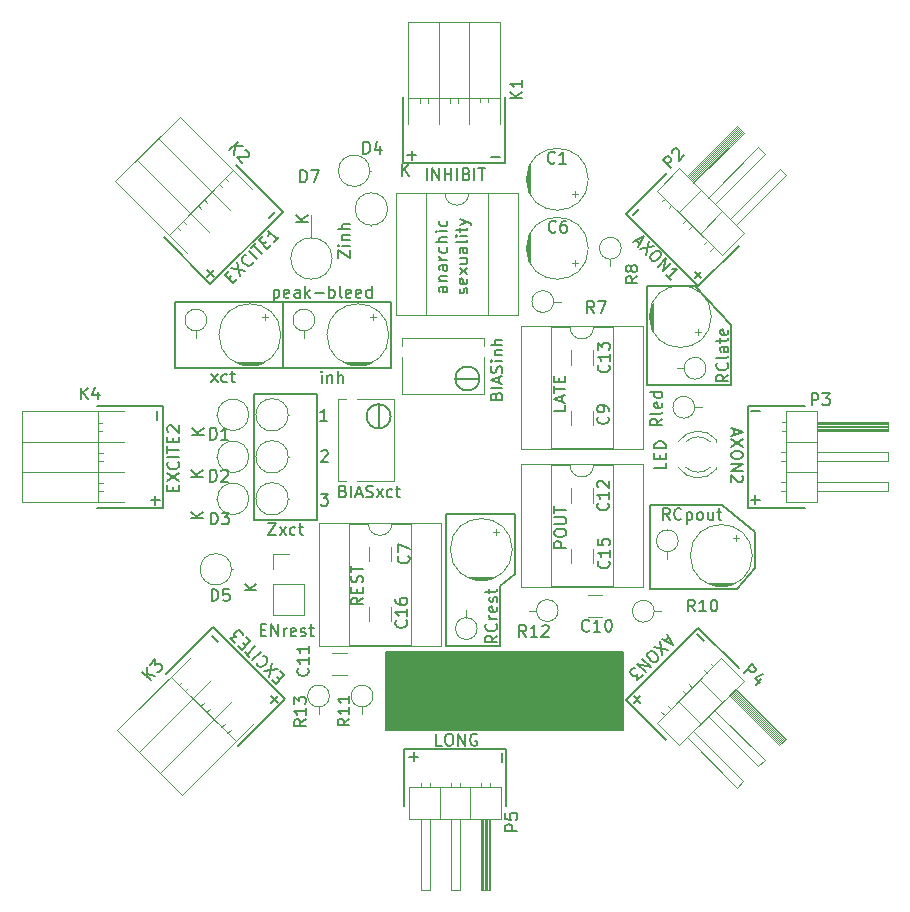
<source format=gbr>
G04 #@! TF.GenerationSoftware,KiCad,Pcbnew,5.0.2-bee76a0~70~ubuntu18.04.1*
G04 #@! TF.CreationDate,2019-07-09T11:50:03+02:00*
G04 #@! TF.ProjectId,neuromime_1.0.1,6e657572-6f6d-4696-9d65-5f312e302e31,rev?*
G04 #@! TF.SameCoordinates,Original*
G04 #@! TF.FileFunction,Legend,Top*
G04 #@! TF.FilePolarity,Positive*
%FSLAX46Y46*%
G04 Gerber Fmt 4.6, Leading zero omitted, Abs format (unit mm)*
G04 Created by KiCad (PCBNEW 5.0.2-bee76a0~70~ubuntu18.04.1) date Tue 09 Jul 2019 11:50:03 AM CEST*
%MOMM*%
%LPD*%
G01*
G04 APERTURE LIST*
%ADD10C,0.150000*%
%ADD11C,0.200000*%
%ADD12C,0.120000*%
G04 APERTURE END LIST*
D10*
X132982000Y-55334000D02*
X138062000Y-55334000D01*
X138062000Y-44666000D02*
X132982000Y-44666000D01*
X175400000Y-59398000D02*
X175400000Y-56350000D01*
X173876000Y-61176000D02*
X175400000Y-59398000D01*
X172606000Y-61176000D02*
X173876000Y-61176000D01*
X172606000Y-54064000D02*
X175400000Y-56350000D01*
X172352000Y-54064000D02*
X172606000Y-54064000D01*
X166510000Y-54064000D02*
X172352000Y-54064000D01*
X166510000Y-61176000D02*
X166510000Y-54064000D01*
X172606000Y-61176000D02*
X166510000Y-61176000D01*
X173368000Y-38824000D02*
X173368000Y-43904000D01*
X170320000Y-35522000D02*
X173368000Y-38824000D01*
X166256000Y-35522000D02*
X170320000Y-35522000D01*
X166256000Y-43904000D02*
X166256000Y-35522000D01*
X173368000Y-43904000D02*
X166256000Y-43904000D01*
D11*
X167851380Y-50515857D02*
X167851380Y-50992047D01*
X166851380Y-50992047D01*
X167327571Y-50182523D02*
X167327571Y-49849190D01*
X167851380Y-49706333D02*
X167851380Y-50182523D01*
X166851380Y-50182523D01*
X166851380Y-49706333D01*
X167851380Y-49277761D02*
X166851380Y-49277761D01*
X166851380Y-49039666D01*
X166899000Y-48896809D01*
X166994238Y-48801571D01*
X167089476Y-48753952D01*
X167279952Y-48706333D01*
X167422809Y-48706333D01*
X167613285Y-48753952D01*
X167708523Y-48801571D01*
X167803761Y-48896809D01*
X167851380Y-49039666D01*
X167851380Y-49277761D01*
X167533880Y-46769333D02*
X167057690Y-47102666D01*
X167533880Y-47340761D02*
X166533880Y-47340761D01*
X166533880Y-46959809D01*
X166581500Y-46864571D01*
X166629119Y-46816952D01*
X166724357Y-46769333D01*
X166867214Y-46769333D01*
X166962452Y-46816952D01*
X167010071Y-46864571D01*
X167057690Y-46959809D01*
X167057690Y-47340761D01*
X167533880Y-46197904D02*
X167486261Y-46293142D01*
X167391023Y-46340761D01*
X166533880Y-46340761D01*
X167486261Y-45436000D02*
X167533880Y-45531238D01*
X167533880Y-45721714D01*
X167486261Y-45816952D01*
X167391023Y-45864571D01*
X167010071Y-45864571D01*
X166914833Y-45816952D01*
X166867214Y-45721714D01*
X166867214Y-45531238D01*
X166914833Y-45436000D01*
X167010071Y-45388380D01*
X167105309Y-45388380D01*
X167200547Y-45864571D01*
X167533880Y-44531238D02*
X166533880Y-44531238D01*
X167486261Y-44531238D02*
X167533880Y-44626476D01*
X167533880Y-44816952D01*
X167486261Y-44912190D01*
X167438642Y-44959809D01*
X167343404Y-45007428D01*
X167057690Y-45007428D01*
X166962452Y-44959809D01*
X166914833Y-44912190D01*
X166867214Y-44816952D01*
X166867214Y-44626476D01*
X166914833Y-44531238D01*
X168169166Y-55341880D02*
X167835833Y-54865690D01*
X167597738Y-55341880D02*
X167597738Y-54341880D01*
X167978690Y-54341880D01*
X168073928Y-54389500D01*
X168121547Y-54437119D01*
X168169166Y-54532357D01*
X168169166Y-54675214D01*
X168121547Y-54770452D01*
X168073928Y-54818071D01*
X167978690Y-54865690D01*
X167597738Y-54865690D01*
X169169166Y-55246642D02*
X169121547Y-55294261D01*
X168978690Y-55341880D01*
X168883452Y-55341880D01*
X168740595Y-55294261D01*
X168645357Y-55199023D01*
X168597738Y-55103785D01*
X168550119Y-54913309D01*
X168550119Y-54770452D01*
X168597738Y-54579976D01*
X168645357Y-54484738D01*
X168740595Y-54389500D01*
X168883452Y-54341880D01*
X168978690Y-54341880D01*
X169121547Y-54389500D01*
X169169166Y-54437119D01*
X169597738Y-54675214D02*
X169597738Y-55675214D01*
X169597738Y-54722833D02*
X169692976Y-54675214D01*
X169883452Y-54675214D01*
X169978690Y-54722833D01*
X170026309Y-54770452D01*
X170073928Y-54865690D01*
X170073928Y-55151404D01*
X170026309Y-55246642D01*
X169978690Y-55294261D01*
X169883452Y-55341880D01*
X169692976Y-55341880D01*
X169597738Y-55294261D01*
X170645357Y-55341880D02*
X170550119Y-55294261D01*
X170502500Y-55246642D01*
X170454880Y-55151404D01*
X170454880Y-54865690D01*
X170502500Y-54770452D01*
X170550119Y-54722833D01*
X170645357Y-54675214D01*
X170788214Y-54675214D01*
X170883452Y-54722833D01*
X170931071Y-54770452D01*
X170978690Y-54865690D01*
X170978690Y-55151404D01*
X170931071Y-55246642D01*
X170883452Y-55294261D01*
X170788214Y-55341880D01*
X170645357Y-55341880D01*
X171835833Y-54675214D02*
X171835833Y-55341880D01*
X171407261Y-54675214D02*
X171407261Y-55199023D01*
X171454880Y-55294261D01*
X171550119Y-55341880D01*
X171692976Y-55341880D01*
X171788214Y-55294261D01*
X171835833Y-55246642D01*
X172169166Y-54675214D02*
X172550119Y-54675214D01*
X172312023Y-54341880D02*
X172312023Y-55199023D01*
X172359642Y-55294261D01*
X172454880Y-55341880D01*
X172550119Y-55341880D01*
X173121880Y-43046547D02*
X172645690Y-43379880D01*
X173121880Y-43617976D02*
X172121880Y-43617976D01*
X172121880Y-43237023D01*
X172169500Y-43141785D01*
X172217119Y-43094166D01*
X172312357Y-43046547D01*
X172455214Y-43046547D01*
X172550452Y-43094166D01*
X172598071Y-43141785D01*
X172645690Y-43237023D01*
X172645690Y-43617976D01*
X173026642Y-42046547D02*
X173074261Y-42094166D01*
X173121880Y-42237023D01*
X173121880Y-42332261D01*
X173074261Y-42475119D01*
X172979023Y-42570357D01*
X172883785Y-42617976D01*
X172693309Y-42665595D01*
X172550452Y-42665595D01*
X172359976Y-42617976D01*
X172264738Y-42570357D01*
X172169500Y-42475119D01*
X172121880Y-42332261D01*
X172121880Y-42237023D01*
X172169500Y-42094166D01*
X172217119Y-42046547D01*
X173121880Y-41475119D02*
X173074261Y-41570357D01*
X172979023Y-41617976D01*
X172121880Y-41617976D01*
X173121880Y-40665595D02*
X172598071Y-40665595D01*
X172502833Y-40713214D01*
X172455214Y-40808452D01*
X172455214Y-40998928D01*
X172502833Y-41094166D01*
X173074261Y-40665595D02*
X173121880Y-40760833D01*
X173121880Y-40998928D01*
X173074261Y-41094166D01*
X172979023Y-41141785D01*
X172883785Y-41141785D01*
X172788547Y-41094166D01*
X172740928Y-40998928D01*
X172740928Y-40760833D01*
X172693309Y-40665595D01*
X172455214Y-40332261D02*
X172455214Y-39951309D01*
X172121880Y-40189404D02*
X172979023Y-40189404D01*
X173074261Y-40141785D01*
X173121880Y-40046547D01*
X173121880Y-39951309D01*
X173074261Y-39237023D02*
X173121880Y-39332261D01*
X173121880Y-39522738D01*
X173074261Y-39617976D01*
X172979023Y-39665595D01*
X172598071Y-39665595D01*
X172502833Y-39617976D01*
X172455214Y-39522738D01*
X172455214Y-39332261D01*
X172502833Y-39237023D01*
X172598071Y-39189404D01*
X172693309Y-39189404D01*
X172788547Y-39665595D01*
X159342380Y-45618380D02*
X159342380Y-46094571D01*
X158342380Y-46094571D01*
X159056666Y-45332666D02*
X159056666Y-44856476D01*
X159342380Y-45427904D02*
X158342380Y-45094571D01*
X159342380Y-44761238D01*
X158342380Y-44570761D02*
X158342380Y-43999333D01*
X159342380Y-44285047D02*
X158342380Y-44285047D01*
X158818571Y-43666000D02*
X158818571Y-43332666D01*
X159342380Y-43189809D02*
X159342380Y-43666000D01*
X158342380Y-43666000D01*
X158342380Y-43189809D01*
X165317576Y-31644278D02*
X165654294Y-31980996D01*
X165048202Y-31778965D02*
X165991011Y-31307561D01*
X165519607Y-32250370D01*
X166395072Y-31711622D02*
X166159370Y-32890133D01*
X166866477Y-32183026D02*
X165687965Y-32418729D01*
X167270538Y-32587087D02*
X167405225Y-32721774D01*
X167438896Y-32822790D01*
X167438896Y-32957477D01*
X167337881Y-33125835D01*
X167102179Y-33361538D01*
X166933820Y-33462553D01*
X166799133Y-33462553D01*
X166698118Y-33428881D01*
X166563431Y-33294194D01*
X166529759Y-33193179D01*
X166529759Y-33058492D01*
X166630774Y-32890133D01*
X166866477Y-32654431D01*
X167034835Y-32553416D01*
X167169522Y-32553416D01*
X167270538Y-32587087D01*
X167169522Y-33900286D02*
X167876629Y-33193179D01*
X167573583Y-34304347D01*
X168280690Y-33597240D01*
X168280690Y-35011453D02*
X167876629Y-34607392D01*
X168078660Y-34809423D02*
X168785766Y-34102316D01*
X168617408Y-34135988D01*
X168482721Y-34135988D01*
X168381705Y-34102316D01*
X159405880Y-57722976D02*
X158405880Y-57722976D01*
X158405880Y-57342023D01*
X158453500Y-57246785D01*
X158501119Y-57199166D01*
X158596357Y-57151547D01*
X158739214Y-57151547D01*
X158834452Y-57199166D01*
X158882071Y-57246785D01*
X158929690Y-57342023D01*
X158929690Y-57722976D01*
X158405880Y-56532500D02*
X158405880Y-56342023D01*
X158453500Y-56246785D01*
X158548738Y-56151547D01*
X158739214Y-56103928D01*
X159072547Y-56103928D01*
X159263023Y-56151547D01*
X159358261Y-56246785D01*
X159405880Y-56342023D01*
X159405880Y-56532500D01*
X159358261Y-56627738D01*
X159263023Y-56722976D01*
X159072547Y-56770595D01*
X158739214Y-56770595D01*
X158548738Y-56722976D01*
X158453500Y-56627738D01*
X158405880Y-56532500D01*
X158405880Y-55675357D02*
X159215404Y-55675357D01*
X159310642Y-55627738D01*
X159358261Y-55580119D01*
X159405880Y-55484880D01*
X159405880Y-55294404D01*
X159358261Y-55199166D01*
X159310642Y-55151547D01*
X159215404Y-55103928D01*
X158405880Y-55103928D01*
X158405880Y-54770595D02*
X158405880Y-54199166D01*
X159405880Y-54484880D02*
X158405880Y-54484880D01*
D10*
X149238000Y-54826000D02*
X149238000Y-66002000D01*
X155080000Y-54826000D02*
X149238000Y-54826000D01*
X155080000Y-59906000D02*
X155080000Y-54826000D01*
X153810000Y-60922000D02*
X155080000Y-59906000D01*
X153810000Y-66002000D02*
X153810000Y-60922000D01*
X149238000Y-66002000D02*
X153810000Y-66002000D01*
D11*
X153563880Y-65144547D02*
X153087690Y-65477880D01*
X153563880Y-65715976D02*
X152563880Y-65715976D01*
X152563880Y-65335023D01*
X152611500Y-65239785D01*
X152659119Y-65192166D01*
X152754357Y-65144547D01*
X152897214Y-65144547D01*
X152992452Y-65192166D01*
X153040071Y-65239785D01*
X153087690Y-65335023D01*
X153087690Y-65715976D01*
X153468642Y-64144547D02*
X153516261Y-64192166D01*
X153563880Y-64335023D01*
X153563880Y-64430261D01*
X153516261Y-64573119D01*
X153421023Y-64668357D01*
X153325785Y-64715976D01*
X153135309Y-64763595D01*
X152992452Y-64763595D01*
X152801976Y-64715976D01*
X152706738Y-64668357D01*
X152611500Y-64573119D01*
X152563880Y-64430261D01*
X152563880Y-64335023D01*
X152611500Y-64192166D01*
X152659119Y-64144547D01*
X153563880Y-63715976D02*
X152897214Y-63715976D01*
X153087690Y-63715976D02*
X152992452Y-63668357D01*
X152944833Y-63620738D01*
X152897214Y-63525500D01*
X152897214Y-63430261D01*
X153516261Y-62715976D02*
X153563880Y-62811214D01*
X153563880Y-63001690D01*
X153516261Y-63096928D01*
X153421023Y-63144547D01*
X153040071Y-63144547D01*
X152944833Y-63096928D01*
X152897214Y-63001690D01*
X152897214Y-62811214D01*
X152944833Y-62715976D01*
X153040071Y-62668357D01*
X153135309Y-62668357D01*
X153230547Y-63144547D01*
X153516261Y-62287404D02*
X153563880Y-62192166D01*
X153563880Y-62001690D01*
X153516261Y-61906452D01*
X153421023Y-61858833D01*
X153373404Y-61858833D01*
X153278166Y-61906452D01*
X153230547Y-62001690D01*
X153230547Y-62144547D01*
X153182928Y-62239785D01*
X153087690Y-62287404D01*
X153040071Y-62287404D01*
X152944833Y-62239785D01*
X152897214Y-62144547D01*
X152897214Y-62001690D01*
X152944833Y-61906452D01*
X152897214Y-61573119D02*
X152897214Y-61192166D01*
X152563880Y-61430261D02*
X153421023Y-61430261D01*
X153516261Y-61382642D01*
X153563880Y-61287404D01*
X153563880Y-61192166D01*
X148888904Y-74455380D02*
X148412714Y-74455380D01*
X148412714Y-73455380D01*
X149412714Y-73455380D02*
X149603190Y-73455380D01*
X149698428Y-73503000D01*
X149793666Y-73598238D01*
X149841285Y-73788714D01*
X149841285Y-74122047D01*
X149793666Y-74312523D01*
X149698428Y-74407761D01*
X149603190Y-74455380D01*
X149412714Y-74455380D01*
X149317476Y-74407761D01*
X149222238Y-74312523D01*
X149174619Y-74122047D01*
X149174619Y-73788714D01*
X149222238Y-73598238D01*
X149317476Y-73503000D01*
X149412714Y-73455380D01*
X150269857Y-74455380D02*
X150269857Y-73455380D01*
X150841285Y-74455380D01*
X150841285Y-73455380D01*
X151841285Y-73503000D02*
X151746047Y-73455380D01*
X151603190Y-73455380D01*
X151460333Y-73503000D01*
X151365095Y-73598238D01*
X151317476Y-73693476D01*
X151269857Y-73883952D01*
X151269857Y-74026809D01*
X151317476Y-74217285D01*
X151365095Y-74312523D01*
X151460333Y-74407761D01*
X151603190Y-74455380D01*
X151698428Y-74455380D01*
X151841285Y-74407761D01*
X151888904Y-74360142D01*
X151888904Y-74026809D01*
X151698428Y-74026809D01*
X173645833Y-47698404D02*
X173645833Y-48174595D01*
X173360119Y-47603166D02*
X174360119Y-47936500D01*
X173360119Y-48269833D01*
X174360119Y-48507928D02*
X173360119Y-49174595D01*
X174360119Y-49174595D02*
X173360119Y-48507928D01*
X174360119Y-49746023D02*
X174360119Y-49936500D01*
X174312500Y-50031738D01*
X174217261Y-50126976D01*
X174026785Y-50174595D01*
X173693452Y-50174595D01*
X173502976Y-50126976D01*
X173407738Y-50031738D01*
X173360119Y-49936500D01*
X173360119Y-49746023D01*
X173407738Y-49650785D01*
X173502976Y-49555547D01*
X173693452Y-49507928D01*
X174026785Y-49507928D01*
X174217261Y-49555547D01*
X174312500Y-49650785D01*
X174360119Y-49746023D01*
X173360119Y-50603166D02*
X174360119Y-50603166D01*
X173360119Y-51174595D01*
X174360119Y-51174595D01*
X174264880Y-51603166D02*
X174312500Y-51650785D01*
X174360119Y-51746023D01*
X174360119Y-51984119D01*
X174312500Y-52079357D01*
X174264880Y-52126976D01*
X174169642Y-52174595D01*
X174074404Y-52174595D01*
X173931547Y-52126976D01*
X173360119Y-51555547D01*
X173360119Y-52174595D01*
X168101721Y-65254076D02*
X167765003Y-65590794D01*
X167967034Y-64984702D02*
X168438438Y-65927511D01*
X167495629Y-65456107D01*
X168034377Y-66331572D02*
X166855866Y-66095870D01*
X167562973Y-66802977D02*
X167327270Y-65624465D01*
X167158912Y-67207038D02*
X167024225Y-67341725D01*
X166923209Y-67375396D01*
X166788522Y-67375396D01*
X166620164Y-67274381D01*
X166384461Y-67038679D01*
X166283446Y-66870320D01*
X166283446Y-66735633D01*
X166317118Y-66634618D01*
X166451805Y-66499931D01*
X166552820Y-66466259D01*
X166687507Y-66466259D01*
X166855866Y-66567274D01*
X167091568Y-66802977D01*
X167192583Y-66971335D01*
X167192583Y-67106022D01*
X167158912Y-67207038D01*
X165845713Y-67106022D02*
X166552820Y-67813129D01*
X165441652Y-67510083D01*
X166148759Y-68217190D01*
X165879385Y-68486564D02*
X165441652Y-68924297D01*
X165407981Y-68419221D01*
X165306965Y-68520236D01*
X165205950Y-68553908D01*
X165138607Y-68553908D01*
X165037591Y-68520236D01*
X164869233Y-68351877D01*
X164835561Y-68250862D01*
X164835561Y-68183518D01*
X164869233Y-68082503D01*
X165071263Y-67880473D01*
X165172278Y-67846801D01*
X165239622Y-67846801D01*
X135185118Y-68877633D02*
X134949415Y-68641931D01*
X135218789Y-68170526D02*
X135555507Y-68507244D01*
X134848400Y-69214350D01*
X134511683Y-68877633D01*
X134275980Y-68641931D02*
X134511683Y-67463419D01*
X133804576Y-68170526D02*
X134983087Y-67934824D01*
X133770904Y-66857328D02*
X133838248Y-66857328D01*
X133972935Y-66924671D01*
X134040278Y-66992015D01*
X134107622Y-67126702D01*
X134107622Y-67261389D01*
X134073950Y-67362404D01*
X133972935Y-67530763D01*
X133871919Y-67631778D01*
X133703561Y-67732793D01*
X133602545Y-67766465D01*
X133467858Y-67766465D01*
X133333171Y-67699122D01*
X133265828Y-67631778D01*
X133198484Y-67497091D01*
X133198484Y-67429748D01*
X133535202Y-66486938D02*
X132828095Y-67194045D01*
X132592393Y-66958343D02*
X132188332Y-66554282D01*
X133097469Y-66049206D02*
X132390362Y-66756312D01*
X132289347Y-65981862D02*
X132053645Y-65746160D01*
X132323019Y-65274755D02*
X132659736Y-65611473D01*
X131952629Y-66318580D01*
X131615912Y-65981862D01*
X131380210Y-65746160D02*
X130942477Y-65308427D01*
X131447553Y-65274755D01*
X131346538Y-65173740D01*
X131312866Y-65072725D01*
X131312866Y-65005381D01*
X131346538Y-64904366D01*
X131514897Y-64736007D01*
X131615912Y-64702336D01*
X131683255Y-64702336D01*
X131784271Y-64736007D01*
X131986301Y-64938038D01*
X132019973Y-65039053D01*
X132019973Y-65106397D01*
X142197380Y-61922000D02*
X141721190Y-62255333D01*
X142197380Y-62493428D02*
X141197380Y-62493428D01*
X141197380Y-62112476D01*
X141245000Y-62017238D01*
X141292619Y-61969619D01*
X141387857Y-61922000D01*
X141530714Y-61922000D01*
X141625952Y-61969619D01*
X141673571Y-62017238D01*
X141721190Y-62112476D01*
X141721190Y-62493428D01*
X141673571Y-61493428D02*
X141673571Y-61160095D01*
X142197380Y-61017238D02*
X142197380Y-61493428D01*
X141197380Y-61493428D01*
X141197380Y-61017238D01*
X142149761Y-60636285D02*
X142197380Y-60493428D01*
X142197380Y-60255333D01*
X142149761Y-60160095D01*
X142102142Y-60112476D01*
X142006904Y-60064857D01*
X141911666Y-60064857D01*
X141816428Y-60112476D01*
X141768809Y-60160095D01*
X141721190Y-60255333D01*
X141673571Y-60445809D01*
X141625952Y-60541047D01*
X141578333Y-60588666D01*
X141483095Y-60636285D01*
X141387857Y-60636285D01*
X141292619Y-60588666D01*
X141245000Y-60541047D01*
X141197380Y-60445809D01*
X141197380Y-60207714D01*
X141245000Y-60064857D01*
X141197380Y-59779142D02*
X141197380Y-59207714D01*
X142197380Y-59493428D02*
X141197380Y-59493428D01*
X133545833Y-64660571D02*
X133879166Y-64660571D01*
X134022023Y-65184380D02*
X133545833Y-65184380D01*
X133545833Y-64184380D01*
X134022023Y-64184380D01*
X134450595Y-65184380D02*
X134450595Y-64184380D01*
X135022023Y-65184380D01*
X135022023Y-64184380D01*
X135498214Y-65184380D02*
X135498214Y-64517714D01*
X135498214Y-64708190D02*
X135545833Y-64612952D01*
X135593452Y-64565333D01*
X135688690Y-64517714D01*
X135783928Y-64517714D01*
X136498214Y-65136761D02*
X136402976Y-65184380D01*
X136212500Y-65184380D01*
X136117261Y-65136761D01*
X136069642Y-65041523D01*
X136069642Y-64660571D01*
X136117261Y-64565333D01*
X136212500Y-64517714D01*
X136402976Y-64517714D01*
X136498214Y-64565333D01*
X136545833Y-64660571D01*
X136545833Y-64755809D01*
X136069642Y-64851047D01*
X136926785Y-65136761D02*
X137022023Y-65184380D01*
X137212500Y-65184380D01*
X137307738Y-65136761D01*
X137355357Y-65041523D01*
X137355357Y-64993904D01*
X137307738Y-64898666D01*
X137212500Y-64851047D01*
X137069642Y-64851047D01*
X136974404Y-64803428D01*
X136926785Y-64708190D01*
X136926785Y-64660571D01*
X136974404Y-64565333D01*
X137069642Y-64517714D01*
X137212500Y-64517714D01*
X137307738Y-64565333D01*
X137641071Y-64517714D02*
X138022023Y-64517714D01*
X137783928Y-64184380D02*
X137783928Y-65041523D01*
X137831547Y-65136761D01*
X137926785Y-65184380D01*
X138022023Y-65184380D01*
X140081380Y-33165190D02*
X140081380Y-32498523D01*
X141081380Y-33165190D01*
X141081380Y-32498523D01*
X141081380Y-32117571D02*
X140414714Y-32117571D01*
X140081380Y-32117571D02*
X140129000Y-32165190D01*
X140176619Y-32117571D01*
X140129000Y-32069952D01*
X140081380Y-32117571D01*
X140176619Y-32117571D01*
X140414714Y-31641380D02*
X141081380Y-31641380D01*
X140509952Y-31641380D02*
X140462333Y-31593761D01*
X140414714Y-31498523D01*
X140414714Y-31355666D01*
X140462333Y-31260428D01*
X140557571Y-31212809D01*
X141081380Y-31212809D01*
X141081380Y-30736619D02*
X140081380Y-30736619D01*
X141081380Y-30308047D02*
X140557571Y-30308047D01*
X140462333Y-30355666D01*
X140414714Y-30450904D01*
X140414714Y-30593761D01*
X140462333Y-30689000D01*
X140509952Y-30736619D01*
X130831866Y-34908118D02*
X131067568Y-34672415D01*
X131538973Y-34941789D02*
X131202255Y-35278507D01*
X130495149Y-34571400D01*
X130831866Y-34234683D01*
X131067568Y-33998980D02*
X132246080Y-34234683D01*
X131538973Y-33527576D02*
X131774675Y-34706087D01*
X132852171Y-33493904D02*
X132852171Y-33561248D01*
X132784828Y-33695935D01*
X132717484Y-33763278D01*
X132582797Y-33830622D01*
X132448110Y-33830622D01*
X132347095Y-33796950D01*
X132178736Y-33695935D01*
X132077721Y-33594919D01*
X131976706Y-33426561D01*
X131943034Y-33325545D01*
X131943034Y-33190858D01*
X132010377Y-33056171D01*
X132077721Y-32988828D01*
X132212408Y-32921484D01*
X132279751Y-32921484D01*
X133222561Y-33258202D02*
X132515454Y-32551095D01*
X132751156Y-32315393D02*
X133155217Y-31911332D01*
X133660293Y-32820469D02*
X132953187Y-32113362D01*
X133727637Y-32012347D02*
X133963339Y-31776645D01*
X134434744Y-32046019D02*
X134098026Y-32382736D01*
X133390919Y-31675629D01*
X133727637Y-31338912D01*
X135108179Y-31372584D02*
X134704118Y-31776645D01*
X134906148Y-31574614D02*
X134199041Y-30867507D01*
X134232713Y-31035866D01*
X134232713Y-31170553D01*
X134199041Y-31271568D01*
X149348380Y-35593119D02*
X148824571Y-35593119D01*
X148729333Y-35640738D01*
X148681714Y-35735976D01*
X148681714Y-35926452D01*
X148729333Y-36021690D01*
X149300761Y-35593119D02*
X149348380Y-35688357D01*
X149348380Y-35926452D01*
X149300761Y-36021690D01*
X149205523Y-36069309D01*
X149110285Y-36069309D01*
X149015047Y-36021690D01*
X148967428Y-35926452D01*
X148967428Y-35688357D01*
X148919809Y-35593119D01*
X148681714Y-35116928D02*
X149348380Y-35116928D01*
X148776952Y-35116928D02*
X148729333Y-35069309D01*
X148681714Y-34974071D01*
X148681714Y-34831214D01*
X148729333Y-34735976D01*
X148824571Y-34688357D01*
X149348380Y-34688357D01*
X149348380Y-33783595D02*
X148824571Y-33783595D01*
X148729333Y-33831214D01*
X148681714Y-33926452D01*
X148681714Y-34116928D01*
X148729333Y-34212166D01*
X149300761Y-33783595D02*
X149348380Y-33878833D01*
X149348380Y-34116928D01*
X149300761Y-34212166D01*
X149205523Y-34259785D01*
X149110285Y-34259785D01*
X149015047Y-34212166D01*
X148967428Y-34116928D01*
X148967428Y-33878833D01*
X148919809Y-33783595D01*
X149348380Y-33307404D02*
X148681714Y-33307404D01*
X148872190Y-33307404D02*
X148776952Y-33259785D01*
X148729333Y-33212166D01*
X148681714Y-33116928D01*
X148681714Y-33021690D01*
X149300761Y-32259785D02*
X149348380Y-32355023D01*
X149348380Y-32545500D01*
X149300761Y-32640738D01*
X149253142Y-32688357D01*
X149157904Y-32735976D01*
X148872190Y-32735976D01*
X148776952Y-32688357D01*
X148729333Y-32640738D01*
X148681714Y-32545500D01*
X148681714Y-32355023D01*
X148729333Y-32259785D01*
X149348380Y-31831214D02*
X148348380Y-31831214D01*
X149348380Y-31402642D02*
X148824571Y-31402642D01*
X148729333Y-31450261D01*
X148681714Y-31545500D01*
X148681714Y-31688357D01*
X148729333Y-31783595D01*
X148776952Y-31831214D01*
X149348380Y-30926452D02*
X148681714Y-30926452D01*
X148348380Y-30926452D02*
X148396000Y-30974071D01*
X148443619Y-30926452D01*
X148396000Y-30878833D01*
X148348380Y-30926452D01*
X148443619Y-30926452D01*
X149300761Y-30021690D02*
X149348380Y-30116928D01*
X149348380Y-30307404D01*
X149300761Y-30402642D01*
X149253142Y-30450261D01*
X149157904Y-30497880D01*
X148872190Y-30497880D01*
X148776952Y-30450261D01*
X148729333Y-30402642D01*
X148681714Y-30307404D01*
X148681714Y-30116928D01*
X148729333Y-30021690D01*
X151000761Y-36164547D02*
X151048380Y-36069309D01*
X151048380Y-35878833D01*
X151000761Y-35783595D01*
X150905523Y-35735976D01*
X150857904Y-35735976D01*
X150762666Y-35783595D01*
X150715047Y-35878833D01*
X150715047Y-36021690D01*
X150667428Y-36116928D01*
X150572190Y-36164547D01*
X150524571Y-36164547D01*
X150429333Y-36116928D01*
X150381714Y-36021690D01*
X150381714Y-35878833D01*
X150429333Y-35783595D01*
X151000761Y-34926452D02*
X151048380Y-35021690D01*
X151048380Y-35212166D01*
X151000761Y-35307404D01*
X150905523Y-35355023D01*
X150524571Y-35355023D01*
X150429333Y-35307404D01*
X150381714Y-35212166D01*
X150381714Y-35021690D01*
X150429333Y-34926452D01*
X150524571Y-34878833D01*
X150619809Y-34878833D01*
X150715047Y-35355023D01*
X151048380Y-34545500D02*
X150381714Y-34021690D01*
X150381714Y-34545500D02*
X151048380Y-34021690D01*
X150381714Y-33212166D02*
X151048380Y-33212166D01*
X150381714Y-33640738D02*
X150905523Y-33640738D01*
X151000761Y-33593119D01*
X151048380Y-33497880D01*
X151048380Y-33355023D01*
X151000761Y-33259785D01*
X150953142Y-33212166D01*
X151048380Y-32307404D02*
X150524571Y-32307404D01*
X150429333Y-32355023D01*
X150381714Y-32450261D01*
X150381714Y-32640738D01*
X150429333Y-32735976D01*
X151000761Y-32307404D02*
X151048380Y-32402642D01*
X151048380Y-32640738D01*
X151000761Y-32735976D01*
X150905523Y-32783595D01*
X150810285Y-32783595D01*
X150715047Y-32735976D01*
X150667428Y-32640738D01*
X150667428Y-32402642D01*
X150619809Y-32307404D01*
X151048380Y-31688357D02*
X151000761Y-31783595D01*
X150905523Y-31831214D01*
X150048380Y-31831214D01*
X151048380Y-31307404D02*
X150381714Y-31307404D01*
X150048380Y-31307404D02*
X150096000Y-31355023D01*
X150143619Y-31307404D01*
X150096000Y-31259785D01*
X150048380Y-31307404D01*
X150143619Y-31307404D01*
X150381714Y-30974071D02*
X150381714Y-30593119D01*
X150048380Y-30831214D02*
X150905523Y-30831214D01*
X151000761Y-30783595D01*
X151048380Y-30688357D01*
X151048380Y-30593119D01*
X150381714Y-30355023D02*
X151048380Y-30116928D01*
X150381714Y-29878833D02*
X151048380Y-30116928D01*
X151286476Y-30212166D01*
X151334095Y-30259785D01*
X151381714Y-30355023D01*
D10*
X138062000Y-55334000D02*
X138316000Y-55334000D01*
X138062000Y-44666000D02*
X138316000Y-44666000D01*
X132982000Y-44666000D02*
X132982000Y-55334000D01*
D11*
X147595238Y-26576380D02*
X147595238Y-25576380D01*
X148071428Y-26576380D02*
X148071428Y-25576380D01*
X148642857Y-26576380D01*
X148642857Y-25576380D01*
X149119047Y-26576380D02*
X149119047Y-25576380D01*
X149119047Y-26052571D02*
X149690476Y-26052571D01*
X149690476Y-26576380D02*
X149690476Y-25576380D01*
X150166666Y-26576380D02*
X150166666Y-25576380D01*
X150976190Y-26052571D02*
X151119047Y-26100190D01*
X151166666Y-26147809D01*
X151214285Y-26243047D01*
X151214285Y-26385904D01*
X151166666Y-26481142D01*
X151119047Y-26528761D01*
X151023809Y-26576380D01*
X150642857Y-26576380D01*
X150642857Y-25576380D01*
X150976190Y-25576380D01*
X151071428Y-25624000D01*
X151119047Y-25671619D01*
X151166666Y-25766857D01*
X151166666Y-25862095D01*
X151119047Y-25957333D01*
X151071428Y-26004952D01*
X150976190Y-26052571D01*
X150642857Y-26052571D01*
X151642857Y-26576380D02*
X151642857Y-25576380D01*
X151976190Y-25576380D02*
X152547619Y-25576380D01*
X152261904Y-26576380D02*
X152261904Y-25576380D01*
X134196619Y-55611880D02*
X134863285Y-55611880D01*
X134196619Y-56611880D01*
X134863285Y-56611880D01*
X135149000Y-56611880D02*
X135672809Y-55945214D01*
X135149000Y-55945214D02*
X135672809Y-56611880D01*
X136482333Y-56564261D02*
X136387095Y-56611880D01*
X136196619Y-56611880D01*
X136101380Y-56564261D01*
X136053761Y-56516642D01*
X136006142Y-56421404D01*
X136006142Y-56135690D01*
X136053761Y-56040452D01*
X136101380Y-55992833D01*
X136196619Y-55945214D01*
X136387095Y-55945214D01*
X136482333Y-55992833D01*
X136768047Y-55945214D02*
X137149000Y-55945214D01*
X136910904Y-55611880D02*
X136910904Y-56469023D01*
X136958523Y-56564261D01*
X137053761Y-56611880D01*
X137149000Y-56611880D01*
D10*
X138316000Y-44666000D02*
X138316000Y-55334000D01*
D11*
X138617666Y-53135380D02*
X139236714Y-53135380D01*
X138903380Y-53516333D01*
X139046238Y-53516333D01*
X139141476Y-53563952D01*
X139189095Y-53611571D01*
X139236714Y-53706809D01*
X139236714Y-53944904D01*
X139189095Y-54040142D01*
X139141476Y-54087761D01*
X139046238Y-54135380D01*
X138760523Y-54135380D01*
X138665285Y-54087761D01*
X138617666Y-54040142D01*
X138665285Y-49547619D02*
X138712904Y-49500000D01*
X138808142Y-49452380D01*
X139046238Y-49452380D01*
X139141476Y-49500000D01*
X139189095Y-49547619D01*
X139236714Y-49642857D01*
X139236714Y-49738095D01*
X139189095Y-49880952D01*
X138617666Y-50452380D01*
X139236714Y-50452380D01*
X139173214Y-46959880D02*
X138601785Y-46959880D01*
X138887500Y-46959880D02*
X138887500Y-45959880D01*
X138792261Y-46102738D01*
X138697023Y-46197976D01*
X138601785Y-46245595D01*
X126116071Y-52865095D02*
X126116071Y-52531761D01*
X126639880Y-52388904D02*
X126639880Y-52865095D01*
X125639880Y-52865095D01*
X125639880Y-52388904D01*
X125639880Y-52055571D02*
X126639880Y-51388904D01*
X125639880Y-51388904D02*
X126639880Y-52055571D01*
X126544642Y-50436523D02*
X126592261Y-50484142D01*
X126639880Y-50627000D01*
X126639880Y-50722238D01*
X126592261Y-50865095D01*
X126497023Y-50960333D01*
X126401785Y-51007952D01*
X126211309Y-51055571D01*
X126068452Y-51055571D01*
X125877976Y-51007952D01*
X125782738Y-50960333D01*
X125687500Y-50865095D01*
X125639880Y-50722238D01*
X125639880Y-50627000D01*
X125687500Y-50484142D01*
X125735119Y-50436523D01*
X126639880Y-50007952D02*
X125639880Y-50007952D01*
X125639880Y-49674619D02*
X125639880Y-49103190D01*
X126639880Y-49388904D02*
X125639880Y-49388904D01*
X126116071Y-48769857D02*
X126116071Y-48436523D01*
X126639880Y-48293666D02*
X126639880Y-48769857D01*
X125639880Y-48769857D01*
X125639880Y-48293666D01*
X125735119Y-47912714D02*
X125687500Y-47865095D01*
X125639880Y-47769857D01*
X125639880Y-47531761D01*
X125687500Y-47436523D01*
X125735119Y-47388904D01*
X125830357Y-47341285D01*
X125925595Y-47341285D01*
X126068452Y-47388904D01*
X126639880Y-47960333D01*
X126639880Y-47341285D01*
X140507023Y-52913071D02*
X140649880Y-52960690D01*
X140697500Y-53008309D01*
X140745119Y-53103547D01*
X140745119Y-53246404D01*
X140697500Y-53341642D01*
X140649880Y-53389261D01*
X140554642Y-53436880D01*
X140173690Y-53436880D01*
X140173690Y-52436880D01*
X140507023Y-52436880D01*
X140602261Y-52484500D01*
X140649880Y-52532119D01*
X140697500Y-52627357D01*
X140697500Y-52722595D01*
X140649880Y-52817833D01*
X140602261Y-52865452D01*
X140507023Y-52913071D01*
X140173690Y-52913071D01*
X141173690Y-53436880D02*
X141173690Y-52436880D01*
X141602261Y-53151166D02*
X142078452Y-53151166D01*
X141507023Y-53436880D02*
X141840357Y-52436880D01*
X142173690Y-53436880D01*
X142459404Y-53389261D02*
X142602261Y-53436880D01*
X142840357Y-53436880D01*
X142935595Y-53389261D01*
X142983214Y-53341642D01*
X143030833Y-53246404D01*
X143030833Y-53151166D01*
X142983214Y-53055928D01*
X142935595Y-53008309D01*
X142840357Y-52960690D01*
X142649880Y-52913071D01*
X142554642Y-52865452D01*
X142507023Y-52817833D01*
X142459404Y-52722595D01*
X142459404Y-52627357D01*
X142507023Y-52532119D01*
X142554642Y-52484500D01*
X142649880Y-52436880D01*
X142887976Y-52436880D01*
X143030833Y-52484500D01*
X143364166Y-53436880D02*
X143887976Y-52770214D01*
X143364166Y-52770214D02*
X143887976Y-53436880D01*
X144697500Y-53389261D02*
X144602261Y-53436880D01*
X144411785Y-53436880D01*
X144316547Y-53389261D01*
X144268928Y-53341642D01*
X144221309Y-53246404D01*
X144221309Y-52960690D01*
X144268928Y-52865452D01*
X144316547Y-52817833D01*
X144411785Y-52770214D01*
X144602261Y-52770214D01*
X144697500Y-52817833D01*
X144983214Y-52770214D02*
X145364166Y-52770214D01*
X145126071Y-52436880D02*
X145126071Y-53294023D01*
X145173690Y-53389261D01*
X145268928Y-53436880D01*
X145364166Y-53436880D01*
X153484571Y-44848285D02*
X153532190Y-44705428D01*
X153579809Y-44657809D01*
X153675047Y-44610190D01*
X153817904Y-44610190D01*
X153913142Y-44657809D01*
X153960761Y-44705428D01*
X154008380Y-44800666D01*
X154008380Y-45181619D01*
X153008380Y-45181619D01*
X153008380Y-44848285D01*
X153056000Y-44753047D01*
X153103619Y-44705428D01*
X153198857Y-44657809D01*
X153294095Y-44657809D01*
X153389333Y-44705428D01*
X153436952Y-44753047D01*
X153484571Y-44848285D01*
X153484571Y-45181619D01*
X154008380Y-44181619D02*
X153008380Y-44181619D01*
X153722666Y-43753047D02*
X153722666Y-43276857D01*
X154008380Y-43848285D02*
X153008380Y-43514952D01*
X154008380Y-43181619D01*
X153960761Y-42895904D02*
X154008380Y-42753047D01*
X154008380Y-42514952D01*
X153960761Y-42419714D01*
X153913142Y-42372095D01*
X153817904Y-42324476D01*
X153722666Y-42324476D01*
X153627428Y-42372095D01*
X153579809Y-42419714D01*
X153532190Y-42514952D01*
X153484571Y-42705428D01*
X153436952Y-42800666D01*
X153389333Y-42848285D01*
X153294095Y-42895904D01*
X153198857Y-42895904D01*
X153103619Y-42848285D01*
X153056000Y-42800666D01*
X153008380Y-42705428D01*
X153008380Y-42467333D01*
X153056000Y-42324476D01*
X154008380Y-41895904D02*
X153341714Y-41895904D01*
X153008380Y-41895904D02*
X153056000Y-41943523D01*
X153103619Y-41895904D01*
X153056000Y-41848285D01*
X153008380Y-41895904D01*
X153103619Y-41895904D01*
X153341714Y-41419714D02*
X154008380Y-41419714D01*
X153436952Y-41419714D02*
X153389333Y-41372095D01*
X153341714Y-41276857D01*
X153341714Y-41134000D01*
X153389333Y-41038761D01*
X153484571Y-40991142D01*
X154008380Y-40991142D01*
X154008380Y-40514952D02*
X153008380Y-40514952D01*
X154008380Y-40086380D02*
X153484571Y-40086380D01*
X153389333Y-40134000D01*
X153341714Y-40229238D01*
X153341714Y-40372095D01*
X153389333Y-40467333D01*
X153436952Y-40514952D01*
X138708238Y-43761880D02*
X138708238Y-43095214D01*
X138708238Y-42761880D02*
X138660619Y-42809500D01*
X138708238Y-42857119D01*
X138755857Y-42809500D01*
X138708238Y-42761880D01*
X138708238Y-42857119D01*
X139184428Y-43095214D02*
X139184428Y-43761880D01*
X139184428Y-43190452D02*
X139232047Y-43142833D01*
X139327285Y-43095214D01*
X139470142Y-43095214D01*
X139565380Y-43142833D01*
X139613000Y-43238071D01*
X139613000Y-43761880D01*
X140089190Y-43761880D02*
X140089190Y-42761880D01*
X140517761Y-43761880D02*
X140517761Y-43238071D01*
X140470142Y-43142833D01*
X140374904Y-43095214D01*
X140232047Y-43095214D01*
X140136809Y-43142833D01*
X140089190Y-43190452D01*
X129365809Y-43698380D02*
X129889619Y-43031714D01*
X129365809Y-43031714D02*
X129889619Y-43698380D01*
X130699142Y-43650761D02*
X130603904Y-43698380D01*
X130413428Y-43698380D01*
X130318190Y-43650761D01*
X130270571Y-43603142D01*
X130222952Y-43507904D01*
X130222952Y-43222190D01*
X130270571Y-43126952D01*
X130318190Y-43079333D01*
X130413428Y-43031714D01*
X130603904Y-43031714D01*
X130699142Y-43079333D01*
X130984857Y-43031714D02*
X131365809Y-43031714D01*
X131127714Y-42698380D02*
X131127714Y-43555523D01*
X131175333Y-43650761D01*
X131270571Y-43698380D01*
X131365809Y-43698380D01*
X134644642Y-35856214D02*
X134644642Y-36856214D01*
X134644642Y-35903833D02*
X134739880Y-35856214D01*
X134930357Y-35856214D01*
X135025595Y-35903833D01*
X135073214Y-35951452D01*
X135120833Y-36046690D01*
X135120833Y-36332404D01*
X135073214Y-36427642D01*
X135025595Y-36475261D01*
X134930357Y-36522880D01*
X134739880Y-36522880D01*
X134644642Y-36475261D01*
X135930357Y-36475261D02*
X135835119Y-36522880D01*
X135644642Y-36522880D01*
X135549404Y-36475261D01*
X135501785Y-36380023D01*
X135501785Y-35999071D01*
X135549404Y-35903833D01*
X135644642Y-35856214D01*
X135835119Y-35856214D01*
X135930357Y-35903833D01*
X135977976Y-35999071D01*
X135977976Y-36094309D01*
X135501785Y-36189547D01*
X136835119Y-36522880D02*
X136835119Y-35999071D01*
X136787500Y-35903833D01*
X136692261Y-35856214D01*
X136501785Y-35856214D01*
X136406547Y-35903833D01*
X136835119Y-36475261D02*
X136739880Y-36522880D01*
X136501785Y-36522880D01*
X136406547Y-36475261D01*
X136358928Y-36380023D01*
X136358928Y-36284785D01*
X136406547Y-36189547D01*
X136501785Y-36141928D01*
X136739880Y-36141928D01*
X136835119Y-36094309D01*
X137311309Y-36522880D02*
X137311309Y-35522880D01*
X137406547Y-36141928D02*
X137692261Y-36522880D01*
X137692261Y-35856214D02*
X137311309Y-36237166D01*
X138120833Y-36141928D02*
X138882738Y-36141928D01*
X139358928Y-36522880D02*
X139358928Y-35522880D01*
X139358928Y-35903833D02*
X139454166Y-35856214D01*
X139644642Y-35856214D01*
X139739880Y-35903833D01*
X139787500Y-35951452D01*
X139835119Y-36046690D01*
X139835119Y-36332404D01*
X139787500Y-36427642D01*
X139739880Y-36475261D01*
X139644642Y-36522880D01*
X139454166Y-36522880D01*
X139358928Y-36475261D01*
X140406547Y-36522880D02*
X140311309Y-36475261D01*
X140263690Y-36380023D01*
X140263690Y-35522880D01*
X141168452Y-36475261D02*
X141073214Y-36522880D01*
X140882738Y-36522880D01*
X140787500Y-36475261D01*
X140739880Y-36380023D01*
X140739880Y-35999071D01*
X140787500Y-35903833D01*
X140882738Y-35856214D01*
X141073214Y-35856214D01*
X141168452Y-35903833D01*
X141216071Y-35999071D01*
X141216071Y-36094309D01*
X140739880Y-36189547D01*
X142025595Y-36475261D02*
X141930357Y-36522880D01*
X141739880Y-36522880D01*
X141644642Y-36475261D01*
X141597023Y-36380023D01*
X141597023Y-35999071D01*
X141644642Y-35903833D01*
X141739880Y-35856214D01*
X141930357Y-35856214D01*
X142025595Y-35903833D01*
X142073214Y-35999071D01*
X142073214Y-36094309D01*
X141597023Y-36189547D01*
X142930357Y-36522880D02*
X142930357Y-35522880D01*
X142930357Y-36475261D02*
X142835119Y-36522880D01*
X142644642Y-36522880D01*
X142549404Y-36475261D01*
X142501785Y-36427642D01*
X142454166Y-36332404D01*
X142454166Y-36046690D01*
X142501785Y-35951452D01*
X142549404Y-35903833D01*
X142644642Y-35856214D01*
X142835119Y-35856214D01*
X142930357Y-35903833D01*
D10*
X135422000Y-36896000D02*
X135422000Y-42484000D01*
X126278000Y-36896000D02*
X126278000Y-42484000D01*
X144566000Y-36896000D02*
X126278000Y-36896000D01*
X144566000Y-42484000D02*
X144566000Y-36896000D01*
X144312000Y-42484000D02*
X144566000Y-42484000D01*
X126278000Y-42484000D02*
X144312000Y-42484000D01*
G36*
X144158000Y-66510000D02*
X144158000Y-73114000D01*
X164224000Y-73114000D01*
X164224000Y-66510000D01*
X144158000Y-66510000D01*
G37*
X144158000Y-66510000D02*
X144158000Y-73114000D01*
X164224000Y-73114000D01*
X164224000Y-66510000D01*
X144158000Y-66510000D01*
D12*
G04 #@! TO.C,R1*
X135876000Y-46444000D02*
G75*
G03X135876000Y-46444000I-1370000J0D01*
G01*
X135876000Y-46444000D02*
X135946000Y-46444000D01*
G04 #@! TO.C,R3*
X135876000Y-53556000D02*
G75*
G03X135876000Y-53556000I-1370000J0D01*
G01*
X135876000Y-53556000D02*
X135946000Y-53556000D01*
G04 #@! TO.C,R4*
X144285000Y-29022000D02*
G75*
G03X144285000Y-29022000I-1370000J0D01*
G01*
X142915000Y-30392000D02*
X142915000Y-30462000D01*
G04 #@! TO.C,R2*
X135876000Y-50000000D02*
G75*
G03X135876000Y-50000000I-1370000J0D01*
G01*
X135876000Y-50000000D02*
X135946000Y-50000000D01*
G04 #@! TO.C,C8*
X170574000Y-39649500D02*
X170574000Y-39149500D01*
X170820000Y-39395500D02*
X170320000Y-39395500D01*
X166469000Y-38409500D02*
X166469000Y-37841500D01*
X166509000Y-38643500D02*
X166509000Y-37607500D01*
X166549000Y-38802500D02*
X166549000Y-37448500D01*
X166589000Y-38930500D02*
X166589000Y-37320500D01*
X166629000Y-39040500D02*
X166629000Y-37210500D01*
X166669000Y-39136500D02*
X166669000Y-37114500D01*
X166709000Y-39223500D02*
X166709000Y-37027500D01*
X166749000Y-39303500D02*
X166749000Y-36947500D01*
X171690000Y-38125500D02*
G75*
G03X171690000Y-38125500I-2620000J0D01*
G01*
G04 #@! TO.C,C1*
X160160000Y-28029000D02*
X160160000Y-27529000D01*
X160406000Y-27775000D02*
X159906000Y-27775000D01*
X156055000Y-26789000D02*
X156055000Y-26221000D01*
X156095000Y-27023000D02*
X156095000Y-25987000D01*
X156135000Y-27182000D02*
X156135000Y-25828000D01*
X156175000Y-27310000D02*
X156175000Y-25700000D01*
X156215000Y-27420000D02*
X156215000Y-25590000D01*
X156255000Y-27516000D02*
X156255000Y-25494000D01*
X156295000Y-27603000D02*
X156295000Y-25407000D01*
X156335000Y-27683000D02*
X156335000Y-25327000D01*
X161276000Y-26505000D02*
G75*
G03X161276000Y-26505000I-2620000J0D01*
G01*
G04 #@! TO.C,C4*
X143296000Y-38166000D02*
X142796000Y-38166000D01*
X143042000Y-37920000D02*
X143042000Y-38420000D01*
X142056000Y-42271000D02*
X141488000Y-42271000D01*
X142290000Y-42231000D02*
X141254000Y-42231000D01*
X142449000Y-42191000D02*
X141095000Y-42191000D01*
X142577000Y-42151000D02*
X140967000Y-42151000D01*
X142687000Y-42111000D02*
X140857000Y-42111000D01*
X142783000Y-42071000D02*
X140761000Y-42071000D01*
X142870000Y-42031000D02*
X140674000Y-42031000D01*
X142950000Y-41991000D02*
X140594000Y-41991000D01*
X144392000Y-39670000D02*
G75*
G03X144392000Y-39670000I-2620000J0D01*
G01*
G04 #@! TO.C,C5*
X134152000Y-38166000D02*
X133652000Y-38166000D01*
X133898000Y-37920000D02*
X133898000Y-38420000D01*
X132912000Y-42271000D02*
X132344000Y-42271000D01*
X133146000Y-42231000D02*
X132110000Y-42231000D01*
X133305000Y-42191000D02*
X131951000Y-42191000D01*
X133433000Y-42151000D02*
X131823000Y-42151000D01*
X133543000Y-42111000D02*
X131713000Y-42111000D01*
X133639000Y-42071000D02*
X131617000Y-42071000D01*
X133726000Y-42031000D02*
X131530000Y-42031000D01*
X133806000Y-41991000D02*
X131450000Y-41991000D01*
X135248000Y-39670000D02*
G75*
G03X135248000Y-39670000I-2620000J0D01*
G01*
G04 #@! TO.C,C6*
X160160000Y-33871000D02*
X160160000Y-33371000D01*
X160406000Y-33617000D02*
X159906000Y-33617000D01*
X156055000Y-32631000D02*
X156055000Y-32063000D01*
X156095000Y-32865000D02*
X156095000Y-31829000D01*
X156135000Y-33024000D02*
X156135000Y-31670000D01*
X156175000Y-33152000D02*
X156175000Y-31542000D01*
X156215000Y-33262000D02*
X156215000Y-31432000D01*
X156255000Y-33358000D02*
X156255000Y-31336000D01*
X156295000Y-33445000D02*
X156295000Y-31249000D01*
X156335000Y-33525000D02*
X156335000Y-31169000D01*
X161276000Y-32347000D02*
G75*
G03X161276000Y-32347000I-2620000J0D01*
G01*
G04 #@! TO.C,C14*
X174066000Y-56858000D02*
X173566000Y-56858000D01*
X173812000Y-56612000D02*
X173812000Y-57112000D01*
X172826000Y-60963000D02*
X172258000Y-60963000D01*
X173060000Y-60923000D02*
X172024000Y-60923000D01*
X173219000Y-60883000D02*
X171865000Y-60883000D01*
X173347000Y-60843000D02*
X171737000Y-60843000D01*
X173457000Y-60803000D02*
X171627000Y-60803000D01*
X173553000Y-60763000D02*
X171531000Y-60763000D01*
X173640000Y-60723000D02*
X171444000Y-60723000D01*
X173720000Y-60683000D02*
X171364000Y-60683000D01*
X175162000Y-58362000D02*
G75*
G03X175162000Y-58362000I-2620000J0D01*
G01*
G04 #@! TO.C,C17*
X153746000Y-56350000D02*
X153246000Y-56350000D01*
X153492000Y-56104000D02*
X153492000Y-56604000D01*
X152506000Y-60455000D02*
X151938000Y-60455000D01*
X152740000Y-60415000D02*
X151704000Y-60415000D01*
X152899000Y-60375000D02*
X151545000Y-60375000D01*
X153027000Y-60335000D02*
X151417000Y-60335000D01*
X153137000Y-60295000D02*
X151307000Y-60295000D01*
X153233000Y-60255000D02*
X151211000Y-60255000D01*
X153320000Y-60215000D02*
X151124000Y-60215000D01*
X153400000Y-60175000D02*
X151044000Y-60175000D01*
X154842000Y-57854000D02*
G75*
G03X154842000Y-57854000I-2620000J0D01*
G01*
D10*
G04 #@! TO.C,K1*
X145582000Y-25085000D02*
X145582000Y-19497000D01*
X154218000Y-25085000D02*
X145582000Y-25085000D01*
X154218000Y-19497000D02*
X154218000Y-25085000D01*
D12*
X153770000Y-13217000D02*
X146030000Y-13217000D01*
X146030000Y-13217000D02*
X146030000Y-21847000D01*
X153770000Y-19624500D02*
X146030000Y-19624500D01*
X153770000Y-13217000D02*
X153770000Y-21847000D01*
X148630000Y-13217000D02*
X148630000Y-21847000D01*
X151170000Y-13217000D02*
X151170000Y-21847000D01*
X147000000Y-19624500D02*
X147000000Y-20034500D01*
X147720000Y-19624500D02*
X147720000Y-20034500D01*
X149540000Y-19624500D02*
X149540000Y-20034500D01*
X150260000Y-19624500D02*
X150260000Y-20034500D01*
X152080000Y-19624500D02*
X152080000Y-19974500D01*
X152800000Y-19624500D02*
X152800000Y-19974500D01*
D10*
G04 #@! TO.C,K2*
X129289898Y-35382574D02*
X125338585Y-31431261D01*
X135396472Y-29276000D02*
X129289898Y-35382574D01*
X131445159Y-25324687D02*
X135396472Y-29276000D01*
D12*
X126687745Y-21200841D02*
X121214738Y-26673847D01*
X121214738Y-26673847D02*
X127317070Y-32776179D01*
X131218531Y-25731627D02*
X125745525Y-31204634D01*
X126687745Y-21200841D02*
X132790076Y-27303172D01*
X123053216Y-24835369D02*
X129155547Y-30937701D01*
X124849267Y-23039318D02*
X130951598Y-29141650D01*
X126431418Y-30518740D02*
X126721332Y-30808654D01*
X126940535Y-30009623D02*
X127230449Y-30299537D01*
X128227470Y-28722689D02*
X128517383Y-29012603D01*
X128736586Y-28213572D02*
X129026500Y-28503486D01*
X130023521Y-26926638D02*
X130271008Y-27174125D01*
X130532638Y-26417521D02*
X130780125Y-26665008D01*
D10*
G04 #@! TO.C,K3*
X135596574Y-70546602D02*
X131645261Y-74497915D01*
X129490000Y-64440028D02*
X135596574Y-70546602D01*
X125538687Y-68391341D02*
X129490000Y-64440028D01*
D12*
X121414841Y-73148755D02*
X126887847Y-78621762D01*
X126887847Y-78621762D02*
X132990179Y-72519430D01*
X125945627Y-68617969D02*
X131418634Y-74090975D01*
X121414841Y-73148755D02*
X127517172Y-67046424D01*
X125049369Y-76783284D02*
X131151701Y-70680953D01*
X123253318Y-74987233D02*
X129355650Y-68884902D01*
X130732740Y-73405082D02*
X131022654Y-73115168D01*
X130223623Y-72895965D02*
X130513537Y-72606051D01*
X128936689Y-71609030D02*
X129226603Y-71319117D01*
X128427572Y-71099914D02*
X128717486Y-70810000D01*
X127140638Y-69812979D02*
X127388125Y-69565492D01*
X126631521Y-69303862D02*
X126879008Y-69056375D01*
D10*
G04 #@! TO.C,K4*
X125235000Y-54318000D02*
X119647000Y-54318000D01*
X125235000Y-45682000D02*
X125235000Y-54318000D01*
X119647000Y-45682000D02*
X125235000Y-45682000D01*
D12*
X113367000Y-46130000D02*
X113367000Y-53870000D01*
X113367000Y-53870000D02*
X121997000Y-53870000D01*
X119774500Y-46130000D02*
X119774500Y-53870000D01*
X113367000Y-46130000D02*
X121997000Y-46130000D01*
X113367000Y-51270000D02*
X121997000Y-51270000D01*
X113367000Y-48730000D02*
X121997000Y-48730000D01*
X119774500Y-52900000D02*
X120184500Y-52900000D01*
X119774500Y-52180000D02*
X120184500Y-52180000D01*
X119774500Y-50360000D02*
X120184500Y-50360000D01*
X119774500Y-49640000D02*
X120184500Y-49640000D01*
X119774500Y-47820000D02*
X120124500Y-47820000D01*
X119774500Y-47100000D02*
X120124500Y-47100000D01*
G04 #@! TO.C,D6*
X172134000Y-48729500D02*
X172134000Y-48573500D01*
X172134000Y-51045500D02*
X172134000Y-50889500D01*
X169532870Y-48729663D02*
G75*
G02X171614961Y-48729500I1041130J-1079837D01*
G01*
X169532870Y-50889337D02*
G75*
G03X171614961Y-50889500I1041130J1079837D01*
G01*
X168901665Y-48730892D02*
G75*
G02X172134000Y-48573984I1672335J-1078608D01*
G01*
X168901665Y-50888108D02*
G75*
G03X172134000Y-51045016I1672335J1078608D01*
G01*
G04 #@! TO.C,W3*
X134573000Y-58195000D02*
X135903000Y-58195000D01*
X134573000Y-59525000D02*
X134573000Y-58195000D01*
X134573000Y-60795000D02*
X137233000Y-60795000D01*
X137233000Y-60795000D02*
X137233000Y-63395000D01*
X134573000Y-60795000D02*
X134573000Y-63395000D01*
X134573000Y-63395000D02*
X137233000Y-63395000D01*
G04 #@! TO.C,U4*
X148790000Y-55595000D02*
X138510000Y-55595000D01*
X148790000Y-65995000D02*
X148790000Y-55595000D01*
X138510000Y-65995000D02*
X148790000Y-65995000D01*
X138510000Y-55595000D02*
X138510000Y-65995000D01*
X146300000Y-55655000D02*
X144650000Y-55655000D01*
X146300000Y-65935000D02*
X146300000Y-55655000D01*
X141000000Y-65935000D02*
X146300000Y-65935000D01*
X141000000Y-55655000D02*
X141000000Y-65935000D01*
X142650000Y-55655000D02*
X141000000Y-55655000D01*
X144650000Y-55655000D02*
G75*
G02X142650000Y-55655000I-1000000J0D01*
G01*
G04 #@! TO.C,C11*
X139572000Y-68446000D02*
X140830000Y-68446000D01*
X139572000Y-66606000D02*
X140830000Y-66606000D01*
G04 #@! TO.C,C12*
X159812000Y-52653000D02*
X159812000Y-53911000D01*
X161652000Y-52653000D02*
X161652000Y-53911000D01*
G04 #@! TO.C,C13*
X159812000Y-40969000D02*
X159812000Y-42227000D01*
X161652000Y-40969000D02*
X161652000Y-42227000D01*
G04 #@! TO.C,C15*
X161652000Y-59031000D02*
X161652000Y-57773000D01*
X159812000Y-59031000D02*
X159812000Y-57773000D01*
G04 #@! TO.C,C16*
X144570000Y-63944000D02*
X144570000Y-62686000D01*
X142730000Y-63944000D02*
X142730000Y-62686000D01*
G04 #@! TO.C,U1*
X155294000Y-27632000D02*
X145014000Y-27632000D01*
X155294000Y-38032000D02*
X155294000Y-27632000D01*
X145014000Y-38032000D02*
X155294000Y-38032000D01*
X145014000Y-27632000D02*
X145014000Y-38032000D01*
X152804000Y-27692000D02*
X151154000Y-27692000D01*
X152804000Y-37972000D02*
X152804000Y-27692000D01*
X147504000Y-37972000D02*
X152804000Y-37972000D01*
X147504000Y-27692000D02*
X147504000Y-37972000D01*
X149154000Y-27692000D02*
X147504000Y-27692000D01*
X151154000Y-27692000D02*
G75*
G02X149154000Y-27692000I-1000000J0D01*
G01*
G04 #@! TO.C,U2*
X165872000Y-38958000D02*
X155592000Y-38958000D01*
X165872000Y-49358000D02*
X165872000Y-38958000D01*
X155592000Y-49358000D02*
X165872000Y-49358000D01*
X155592000Y-38958000D02*
X155592000Y-49358000D01*
X163382000Y-39018000D02*
X161732000Y-39018000D01*
X163382000Y-49298000D02*
X163382000Y-39018000D01*
X158082000Y-49298000D02*
X163382000Y-49298000D01*
X158082000Y-39018000D02*
X158082000Y-49298000D01*
X159732000Y-39018000D02*
X158082000Y-39018000D01*
X161732000Y-39018000D02*
G75*
G02X159732000Y-39018000I-1000000J0D01*
G01*
G04 #@! TO.C,U3*
X165872000Y-50642000D02*
X155592000Y-50642000D01*
X165872000Y-61042000D02*
X165872000Y-50642000D01*
X155592000Y-61042000D02*
X165872000Y-61042000D01*
X155592000Y-50642000D02*
X155592000Y-61042000D01*
X163382000Y-50702000D02*
X161732000Y-50702000D01*
X163382000Y-60982000D02*
X163382000Y-50702000D01*
X158082000Y-60982000D02*
X163382000Y-60982000D01*
X158082000Y-50702000D02*
X158082000Y-60982000D01*
X159732000Y-50702000D02*
X158082000Y-50702000D01*
X161732000Y-50702000D02*
G75*
G02X159732000Y-50702000I-1000000J0D01*
G01*
G04 #@! TO.C,C7*
X142730000Y-57606000D02*
X142730000Y-58864000D01*
X144570000Y-57606000D02*
X144570000Y-58864000D01*
G04 #@! TO.C,C9*
X161652000Y-47347000D02*
X161652000Y-46089000D01*
X159812000Y-47347000D02*
X159812000Y-46089000D01*
G04 #@! TO.C,C10*
X161225000Y-63556500D02*
X162483000Y-63556500D01*
X161225000Y-61716500D02*
X162483000Y-61716500D01*
G04 #@! TO.C,P2*
X171616265Y-32549341D02*
X171897037Y-32268569D01*
X171078864Y-32011940D02*
X171359636Y-31731168D01*
X178020582Y-26145025D02*
X173777941Y-30387665D01*
X177483180Y-25607623D02*
X178020582Y-26145025D01*
X173240540Y-29850264D02*
X177483180Y-25607623D01*
X170730311Y-31101843D02*
X172611215Y-29220939D01*
X169820214Y-30753290D02*
X170100986Y-30472518D01*
X169282813Y-30215888D02*
X169563584Y-29935117D01*
X176224530Y-24348973D02*
X171981890Y-28591614D01*
X175687129Y-23811572D02*
X176224530Y-24348973D01*
X171444488Y-28054213D02*
X175687129Y-23811572D01*
X168934259Y-29305792D02*
X170815163Y-27424888D01*
X168071589Y-28909812D02*
X168304934Y-28676467D01*
X167534188Y-28372411D02*
X167767533Y-28139066D01*
X170115128Y-26724852D02*
X174357768Y-22482211D01*
X170030275Y-26639999D02*
X174272916Y-22397359D01*
X169945422Y-26555146D02*
X174188063Y-22312506D01*
X169860569Y-26470294D02*
X174103210Y-22227653D01*
X169775716Y-26385441D02*
X174018357Y-22142800D01*
X169690864Y-26300588D02*
X173933504Y-22057947D01*
X174428479Y-22552922D02*
X170185838Y-26795563D01*
X173891078Y-22015521D02*
X174428479Y-22552922D01*
X169648437Y-26258162D02*
X173891078Y-22015521D01*
X168976686Y-25586410D02*
X167095782Y-27467314D01*
X174449692Y-31059417D02*
X168976686Y-25586410D01*
X172568788Y-32940321D02*
X174449692Y-31059417D01*
X167095782Y-27467314D02*
X172568788Y-32940321D01*
D10*
X167916026Y-26013503D02*
X164503528Y-29426000D01*
X164503528Y-29426000D02*
X170610102Y-35532574D01*
X170610102Y-35532574D02*
X174022600Y-32120077D01*
G04 #@! TO.C,P3*
X174765000Y-54318000D02*
X179591000Y-54318000D01*
X174765000Y-45682000D02*
X174765000Y-54318000D01*
X179591000Y-45682000D02*
X174765000Y-45682000D01*
D12*
X177983000Y-46130000D02*
X177983000Y-53870000D01*
X177983000Y-53870000D02*
X180643000Y-53870000D01*
X180643000Y-53870000D02*
X180643000Y-46130000D01*
X180643000Y-46130000D02*
X177983000Y-46130000D01*
X180643000Y-47080000D02*
X186643000Y-47080000D01*
X186643000Y-47080000D02*
X186643000Y-47840000D01*
X186643000Y-47840000D02*
X180643000Y-47840000D01*
X180643000Y-47140000D02*
X186643000Y-47140000D01*
X180643000Y-47260000D02*
X186643000Y-47260000D01*
X180643000Y-47380000D02*
X186643000Y-47380000D01*
X180643000Y-47500000D02*
X186643000Y-47500000D01*
X180643000Y-47620000D02*
X186643000Y-47620001D01*
X180643000Y-47740000D02*
X186643000Y-47739999D01*
X177653000Y-47080000D02*
X177983000Y-47080000D01*
X177653000Y-47840000D02*
X177983000Y-47840000D01*
X177983000Y-48730000D02*
X180643000Y-48730000D01*
X180643000Y-49620000D02*
X186643000Y-49620000D01*
X186643000Y-49620000D02*
X186643000Y-50380000D01*
X186643000Y-50380000D02*
X180643000Y-50380000D01*
X177585929Y-49620000D02*
X177983000Y-49620000D01*
X177585929Y-50380000D02*
X177983000Y-50380000D01*
X177983000Y-51270000D02*
X180643000Y-51270000D01*
X180643000Y-52160000D02*
X186643000Y-52159999D01*
X186643000Y-52159999D02*
X186643000Y-52920001D01*
X186643000Y-52920001D02*
X180643000Y-52920000D01*
X177585929Y-52160000D02*
X177983000Y-52160000D01*
X177585929Y-52920000D02*
X177983000Y-52920000D01*
G04 #@! TO.C,P4*
X167468659Y-71598165D02*
X167749431Y-71878937D01*
X168006060Y-71060764D02*
X168286832Y-71341536D01*
X173872975Y-78002482D02*
X169630335Y-73759841D01*
X174410377Y-77465080D02*
X173872975Y-78002482D01*
X170167736Y-73222440D02*
X174410377Y-77465080D01*
X168916157Y-70712211D02*
X170797061Y-72593115D01*
X169264710Y-69802114D02*
X169545482Y-70082886D01*
X169802112Y-69264713D02*
X170082883Y-69545484D01*
X175669027Y-76206430D02*
X171426386Y-71963790D01*
X176206428Y-75669029D02*
X175669027Y-76206430D01*
X171963787Y-71426388D02*
X176206428Y-75669029D01*
X170712208Y-68916159D02*
X172593112Y-70797063D01*
X171108188Y-68053489D02*
X171341533Y-68286834D01*
X171645589Y-67516088D02*
X171878934Y-67749433D01*
X173293148Y-70097028D02*
X177535789Y-74339668D01*
X173378001Y-70012175D02*
X177620641Y-74254816D01*
X173462854Y-69927322D02*
X177705494Y-74169963D01*
X173547706Y-69842469D02*
X177790347Y-74085110D01*
X173632559Y-69757616D02*
X177875200Y-74000257D01*
X173717412Y-69672764D02*
X177960053Y-73915404D01*
X177465078Y-74410379D02*
X173222437Y-70167738D01*
X178002479Y-73872978D02*
X177465078Y-74410379D01*
X173759838Y-69630337D02*
X178002479Y-73872978D01*
X174431590Y-68958586D02*
X172550686Y-67077682D01*
X168958583Y-74431592D02*
X174431590Y-68958586D01*
X167077679Y-72550688D02*
X168958583Y-74431592D01*
X172550686Y-67077682D02*
X167077679Y-72550688D01*
D10*
X174004497Y-67897926D02*
X170592000Y-64485428D01*
X170592000Y-64485428D02*
X164485426Y-70592002D01*
X164485426Y-70592002D02*
X167897923Y-74004500D01*
G04 #@! TO.C,P5*
X145682000Y-74765000D02*
X145682000Y-79591000D01*
X154318000Y-74765000D02*
X145682000Y-74765000D01*
X154318000Y-79591000D02*
X154318000Y-74765000D01*
D12*
X153870000Y-77983000D02*
X146130000Y-77983000D01*
X146130000Y-77983000D02*
X146130000Y-80643000D01*
X146130000Y-80643000D02*
X153870000Y-80643000D01*
X153870000Y-80643000D02*
X153870000Y-77983000D01*
X152920000Y-80643000D02*
X152920000Y-86643000D01*
X152920000Y-86643000D02*
X152160000Y-86643000D01*
X152160000Y-86643000D02*
X152160000Y-80643000D01*
X152860000Y-80643000D02*
X152860000Y-86643000D01*
X152740000Y-80643000D02*
X152740000Y-86643000D01*
X152620000Y-80643000D02*
X152620000Y-86643000D01*
X152500000Y-80643000D02*
X152500000Y-86643000D01*
X152380000Y-80643000D02*
X152379999Y-86643000D01*
X152260000Y-80643000D02*
X152260001Y-86643000D01*
X152920000Y-77653000D02*
X152920000Y-77983000D01*
X152160000Y-77653000D02*
X152160000Y-77983000D01*
X151270000Y-77983000D02*
X151270000Y-80643000D01*
X150380000Y-80643000D02*
X150380000Y-86643000D01*
X150380000Y-86643000D02*
X149620000Y-86643000D01*
X149620000Y-86643000D02*
X149620000Y-80643000D01*
X150380000Y-77585929D02*
X150380000Y-77983000D01*
X149620000Y-77585929D02*
X149620000Y-77983000D01*
X148730000Y-77983000D02*
X148730000Y-80643000D01*
X147840000Y-80643000D02*
X147840001Y-86643000D01*
X147840001Y-86643000D02*
X147079999Y-86643000D01*
X147079999Y-86643000D02*
X147080000Y-80643000D01*
X147840000Y-77585929D02*
X147840000Y-77983000D01*
X147080000Y-77585929D02*
X147080000Y-77983000D01*
D10*
G04 #@! TO.C,RV1*
X152059000Y-43373000D02*
X150027000Y-43373000D01*
X152059000Y-43373000D02*
G75*
G03X152059000Y-43373000I-1016000J0D01*
G01*
D12*
X145536000Y-39947000D02*
X152486000Y-39947000D01*
X145536000Y-44687000D02*
X152486000Y-44687000D01*
X145536000Y-39947000D02*
X145536000Y-40592000D01*
X145536000Y-41582000D02*
X145536000Y-44687000D01*
X152486000Y-39947000D02*
X152486000Y-40592000D01*
X152486000Y-41582000D02*
X152486000Y-44687000D01*
G04 #@! TO.C,RV2*
X141732000Y-45128000D02*
X144837000Y-45128000D01*
X140097000Y-45128000D02*
X140742000Y-45128000D01*
X141732000Y-52078000D02*
X144837000Y-52078000D01*
X140097000Y-52078000D02*
X140742000Y-52078000D01*
X144837000Y-52078000D02*
X144837000Y-45128000D01*
X140097000Y-52078000D02*
X140097000Y-45128000D01*
D10*
X144539000Y-46571000D02*
G75*
G03X144539000Y-46571000I-1016000J0D01*
G01*
X143523000Y-45555000D02*
X143523000Y-47587000D01*
D12*
G04 #@! TO.C,D1*
X129877629Y-46444000D02*
X129764000Y-46444000D01*
X132530371Y-46444000D02*
G75*
G03X132530371Y-46444000I-1326371J0D01*
G01*
G04 #@! TO.C,D2*
X129877629Y-50000000D02*
X129764000Y-50000000D01*
X132530371Y-50000000D02*
G75*
G03X132530371Y-50000000I-1326371J0D01*
G01*
G04 #@! TO.C,D3*
X132530371Y-53556000D02*
G75*
G03X132530371Y-53556000I-1326371J0D01*
G01*
X129877629Y-53556000D02*
X129764000Y-53556000D01*
G04 #@! TO.C,D4*
X142780371Y-25783500D02*
G75*
G03X142780371Y-25783500I-1326371J0D01*
G01*
X142780371Y-25783500D02*
X142894000Y-25783500D01*
G04 #@! TO.C,D5*
X131070371Y-59525000D02*
G75*
G03X131070371Y-59525000I-1326371J0D01*
G01*
X131070371Y-59525000D02*
X131184000Y-59525000D01*
G04 #@! TO.C,D7*
X139585635Y-33213000D02*
G75*
G03X139585635Y-33213000I-1750635J0D01*
G01*
X137835000Y-31462365D02*
X137835000Y-29533000D01*
G04 #@! TO.C,R5*
X138120000Y-38420000D02*
G75*
G03X138120000Y-38420000I-920000J0D01*
G01*
X137200000Y-39340000D02*
X137200000Y-39960000D01*
G04 #@! TO.C,R6*
X128976000Y-38420000D02*
G75*
G03X128976000Y-38420000I-920000J0D01*
G01*
X128056000Y-39340000D02*
X128056000Y-39960000D01*
G04 #@! TO.C,R7*
X158350000Y-36855500D02*
X158970000Y-36855500D01*
X158350000Y-36855500D02*
G75*
G03X158350000Y-36855500I-920000J0D01*
G01*
G04 #@! TO.C,R8*
X164064000Y-32347000D02*
G75*
G03X164064000Y-32347000I-920000J0D01*
G01*
X163144000Y-33267000D02*
X163144000Y-33887000D01*
G04 #@! TO.C,R9*
X169400000Y-42507000D02*
X168780000Y-42507000D01*
X171240000Y-42507000D02*
G75*
G03X171240000Y-42507000I-920000J0D01*
G01*
G04 #@! TO.C,R10*
X166858000Y-63081000D02*
G75*
G03X166858000Y-63081000I-920000J0D01*
G01*
X166858000Y-63081000D02*
X167478000Y-63081000D01*
G04 #@! TO.C,R11*
X143046000Y-70256500D02*
G75*
G03X143046000Y-70256500I-920000J0D01*
G01*
X142126000Y-71176500D02*
X142126000Y-71796500D01*
G04 #@! TO.C,R12*
X156890000Y-63017500D02*
X156270000Y-63017500D01*
X158730000Y-63017500D02*
G75*
G03X158730000Y-63017500I-920000J0D01*
G01*
G04 #@! TO.C,R13*
X138443000Y-71176500D02*
X138443000Y-71796500D01*
X139363000Y-70256500D02*
G75*
G03X139363000Y-70256500I-920000J0D01*
G01*
G04 #@! TO.C,R14*
X167970000Y-58032000D02*
X167970000Y-58652000D01*
X168890000Y-57112000D02*
G75*
G03X168890000Y-57112000I-920000J0D01*
G01*
G04 #@! TO.C,R15*
X170288000Y-45809000D02*
X170908000Y-45809000D01*
X170288000Y-45809000D02*
G75*
G03X170288000Y-45809000I-920000J0D01*
G01*
G04 #@! TO.C,R16*
X151872000Y-64541500D02*
G75*
G03X151872000Y-64541500I-920000J0D01*
G01*
X150952000Y-63621500D02*
X150952000Y-63001500D01*
G04 #@! TO.C,C1*
D10*
X158445833Y-25084142D02*
X158398214Y-25131761D01*
X158255357Y-25179380D01*
X158160119Y-25179380D01*
X158017261Y-25131761D01*
X157922023Y-25036523D01*
X157874404Y-24941285D01*
X157826785Y-24750809D01*
X157826785Y-24607952D01*
X157874404Y-24417476D01*
X157922023Y-24322238D01*
X158017261Y-24227000D01*
X158160119Y-24179380D01*
X158255357Y-24179380D01*
X158398214Y-24227000D01*
X158445833Y-24274619D01*
X159398214Y-25179380D02*
X158826785Y-25179380D01*
X159112500Y-25179380D02*
X159112500Y-24179380D01*
X159017261Y-24322238D01*
X158922023Y-24417476D01*
X158826785Y-24465095D01*
G04 #@! TO.C,C6*
X158532833Y-30926142D02*
X158485214Y-30973761D01*
X158342357Y-31021380D01*
X158247119Y-31021380D01*
X158104261Y-30973761D01*
X158009023Y-30878523D01*
X157961404Y-30783285D01*
X157913785Y-30592809D01*
X157913785Y-30449952D01*
X157961404Y-30259476D01*
X158009023Y-30164238D01*
X158104261Y-30069000D01*
X158247119Y-30021380D01*
X158342357Y-30021380D01*
X158485214Y-30069000D01*
X158532833Y-30116619D01*
X159389976Y-30021380D02*
X159199500Y-30021380D01*
X159104261Y-30069000D01*
X159056642Y-30116619D01*
X158961404Y-30259476D01*
X158913785Y-30449952D01*
X158913785Y-30830904D01*
X158961404Y-30926142D01*
X159009023Y-30973761D01*
X159104261Y-31021380D01*
X159294738Y-31021380D01*
X159389976Y-30973761D01*
X159437595Y-30926142D01*
X159485214Y-30830904D01*
X159485214Y-30592809D01*
X159437595Y-30497571D01*
X159389976Y-30449952D01*
X159294738Y-30402333D01*
X159104261Y-30402333D01*
X159009023Y-30449952D01*
X158961404Y-30497571D01*
X158913785Y-30592809D01*
G04 #@! TO.C,K1*
X155662380Y-19665095D02*
X154662380Y-19665095D01*
X155662380Y-19093666D02*
X155090952Y-19522238D01*
X154662380Y-19093666D02*
X155233809Y-19665095D01*
X155662380Y-18141285D02*
X155662380Y-18712714D01*
X155662380Y-18427000D02*
X154662380Y-18427000D01*
X154805238Y-18522238D01*
X154900476Y-18617476D01*
X154948095Y-18712714D01*
X146351928Y-24830952D02*
X146351928Y-24069047D01*
X146732880Y-24450000D02*
X145970976Y-24450000D01*
X153011547Y-24648428D02*
X153773452Y-24648428D01*
G04 #@! TO.C,K2*
X130901764Y-24018156D02*
X131608870Y-23311049D01*
X131305825Y-24422217D02*
X131406840Y-23715110D01*
X132012932Y-23715110D02*
X131204809Y-23715110D01*
X132214962Y-24051828D02*
X132282306Y-24051828D01*
X132383321Y-24085499D01*
X132551680Y-24253858D01*
X132585351Y-24354874D01*
X132585351Y-24422217D01*
X132551680Y-24523232D01*
X132484336Y-24590576D01*
X132349649Y-24657919D01*
X131541527Y-24657919D01*
X131979260Y-25095652D01*
X129014917Y-34220780D02*
X129553665Y-34759528D01*
X129014917Y-34759528D02*
X129553665Y-34220780D01*
X134234678Y-29820387D02*
X134773426Y-29281639D01*
G04 #@! TO.C,K3*
X124232156Y-68934735D02*
X123525049Y-68227629D01*
X124636217Y-68530674D02*
X123929110Y-68429659D01*
X123929110Y-67823567D02*
X123929110Y-68631690D01*
X124164812Y-67587865D02*
X124602545Y-67150132D01*
X124636217Y-67655209D01*
X124737232Y-67554193D01*
X124838248Y-67520522D01*
X124905591Y-67520522D01*
X125006606Y-67554193D01*
X125174965Y-67722552D01*
X125208637Y-67823567D01*
X125208637Y-67890911D01*
X125174965Y-67991926D01*
X124972935Y-68193957D01*
X124871919Y-68227629D01*
X124804576Y-68227629D01*
X134434780Y-70821582D02*
X134973528Y-70282834D01*
X134973528Y-70821582D02*
X134434780Y-70282834D01*
X129394624Y-65164088D02*
X129933372Y-65702836D01*
G04 #@! TO.C,K4*
X118338904Y-45142380D02*
X118338904Y-44142380D01*
X118910333Y-45142380D02*
X118481761Y-44570952D01*
X118910333Y-44142380D02*
X118338904Y-44713809D01*
X119767476Y-44475714D02*
X119767476Y-45142380D01*
X119529380Y-44094761D02*
X119291285Y-44809047D01*
X119910333Y-44809047D01*
X124219047Y-53690928D02*
X124980952Y-53690928D01*
X124600000Y-54071880D02*
X124600000Y-53309976D01*
X124798428Y-46888452D02*
X124798428Y-46126547D01*
G04 #@! TO.C,C11*
X137530142Y-67914857D02*
X137577761Y-67962476D01*
X137625380Y-68105333D01*
X137625380Y-68200571D01*
X137577761Y-68343428D01*
X137482523Y-68438666D01*
X137387285Y-68486285D01*
X137196809Y-68533904D01*
X137053952Y-68533904D01*
X136863476Y-68486285D01*
X136768238Y-68438666D01*
X136673000Y-68343428D01*
X136625380Y-68200571D01*
X136625380Y-68105333D01*
X136673000Y-67962476D01*
X136720619Y-67914857D01*
X137625380Y-66962476D02*
X137625380Y-67533904D01*
X137625380Y-67248190D02*
X136625380Y-67248190D01*
X136768238Y-67343428D01*
X136863476Y-67438666D01*
X136911095Y-67533904D01*
X137625380Y-66010095D02*
X137625380Y-66581523D01*
X137625380Y-66295809D02*
X136625380Y-66295809D01*
X136768238Y-66391047D01*
X136863476Y-66486285D01*
X136911095Y-66581523D01*
G04 #@! TO.C,C12*
X162930142Y-53924857D02*
X162977761Y-53972476D01*
X163025380Y-54115333D01*
X163025380Y-54210571D01*
X162977761Y-54353428D01*
X162882523Y-54448666D01*
X162787285Y-54496285D01*
X162596809Y-54543904D01*
X162453952Y-54543904D01*
X162263476Y-54496285D01*
X162168238Y-54448666D01*
X162073000Y-54353428D01*
X162025380Y-54210571D01*
X162025380Y-54115333D01*
X162073000Y-53972476D01*
X162120619Y-53924857D01*
X163025380Y-52972476D02*
X163025380Y-53543904D01*
X163025380Y-53258190D02*
X162025380Y-53258190D01*
X162168238Y-53353428D01*
X162263476Y-53448666D01*
X162311095Y-53543904D01*
X162120619Y-52591523D02*
X162073000Y-52543904D01*
X162025380Y-52448666D01*
X162025380Y-52210571D01*
X162073000Y-52115333D01*
X162120619Y-52067714D01*
X162215857Y-52020095D01*
X162311095Y-52020095D01*
X162453952Y-52067714D01*
X163025380Y-52639142D01*
X163025380Y-52020095D01*
G04 #@! TO.C,C13*
X162993642Y-42240857D02*
X163041261Y-42288476D01*
X163088880Y-42431333D01*
X163088880Y-42526571D01*
X163041261Y-42669428D01*
X162946023Y-42764666D01*
X162850785Y-42812285D01*
X162660309Y-42859904D01*
X162517452Y-42859904D01*
X162326976Y-42812285D01*
X162231738Y-42764666D01*
X162136500Y-42669428D01*
X162088880Y-42526571D01*
X162088880Y-42431333D01*
X162136500Y-42288476D01*
X162184119Y-42240857D01*
X163088880Y-41288476D02*
X163088880Y-41859904D01*
X163088880Y-41574190D02*
X162088880Y-41574190D01*
X162231738Y-41669428D01*
X162326976Y-41764666D01*
X162374595Y-41859904D01*
X162088880Y-40955142D02*
X162088880Y-40336095D01*
X162469833Y-40669428D01*
X162469833Y-40526571D01*
X162517452Y-40431333D01*
X162565071Y-40383714D01*
X162660309Y-40336095D01*
X162898404Y-40336095D01*
X162993642Y-40383714D01*
X163041261Y-40431333D01*
X163088880Y-40526571D01*
X163088880Y-40812285D01*
X163041261Y-40907523D01*
X162993642Y-40955142D01*
G04 #@! TO.C,C15*
X162993642Y-58834357D02*
X163041261Y-58881976D01*
X163088880Y-59024833D01*
X163088880Y-59120071D01*
X163041261Y-59262928D01*
X162946023Y-59358166D01*
X162850785Y-59405785D01*
X162660309Y-59453404D01*
X162517452Y-59453404D01*
X162326976Y-59405785D01*
X162231738Y-59358166D01*
X162136500Y-59262928D01*
X162088880Y-59120071D01*
X162088880Y-59024833D01*
X162136500Y-58881976D01*
X162184119Y-58834357D01*
X163088880Y-57881976D02*
X163088880Y-58453404D01*
X163088880Y-58167690D02*
X162088880Y-58167690D01*
X162231738Y-58262928D01*
X162326976Y-58358166D01*
X162374595Y-58453404D01*
X162088880Y-56977214D02*
X162088880Y-57453404D01*
X162565071Y-57501023D01*
X162517452Y-57453404D01*
X162469833Y-57358166D01*
X162469833Y-57120071D01*
X162517452Y-57024833D01*
X162565071Y-56977214D01*
X162660309Y-56929595D01*
X162898404Y-56929595D01*
X162993642Y-56977214D01*
X163041261Y-57024833D01*
X163088880Y-57120071D01*
X163088880Y-57358166D01*
X163041261Y-57453404D01*
X162993642Y-57501023D01*
G04 #@! TO.C,C16*
X145848642Y-63850857D02*
X145896261Y-63898476D01*
X145943880Y-64041333D01*
X145943880Y-64136571D01*
X145896261Y-64279428D01*
X145801023Y-64374666D01*
X145705785Y-64422285D01*
X145515309Y-64469904D01*
X145372452Y-64469904D01*
X145181976Y-64422285D01*
X145086738Y-64374666D01*
X144991500Y-64279428D01*
X144943880Y-64136571D01*
X144943880Y-64041333D01*
X144991500Y-63898476D01*
X145039119Y-63850857D01*
X145943880Y-62898476D02*
X145943880Y-63469904D01*
X145943880Y-63184190D02*
X144943880Y-63184190D01*
X145086738Y-63279428D01*
X145181976Y-63374666D01*
X145229595Y-63469904D01*
X144943880Y-62041333D02*
X144943880Y-62231809D01*
X144991500Y-62327047D01*
X145039119Y-62374666D01*
X145181976Y-62469904D01*
X145372452Y-62517523D01*
X145753404Y-62517523D01*
X145848642Y-62469904D01*
X145896261Y-62422285D01*
X145943880Y-62327047D01*
X145943880Y-62136571D01*
X145896261Y-62041333D01*
X145848642Y-61993714D01*
X145753404Y-61946095D01*
X145515309Y-61946095D01*
X145420071Y-61993714D01*
X145372452Y-62041333D01*
X145324833Y-62136571D01*
X145324833Y-62327047D01*
X145372452Y-62422285D01*
X145420071Y-62469904D01*
X145515309Y-62517523D01*
G04 #@! TO.C,C7*
X146057142Y-58401666D02*
X146104761Y-58449285D01*
X146152380Y-58592142D01*
X146152380Y-58687380D01*
X146104761Y-58830238D01*
X146009523Y-58925476D01*
X145914285Y-58973095D01*
X145723809Y-59020714D01*
X145580952Y-59020714D01*
X145390476Y-58973095D01*
X145295238Y-58925476D01*
X145200000Y-58830238D01*
X145152380Y-58687380D01*
X145152380Y-58592142D01*
X145200000Y-58449285D01*
X145247619Y-58401666D01*
X145152380Y-58068333D02*
X145152380Y-57401666D01*
X146152380Y-57830238D01*
G04 #@! TO.C,C9*
X162930142Y-46610666D02*
X162977761Y-46658285D01*
X163025380Y-46801142D01*
X163025380Y-46896380D01*
X162977761Y-47039238D01*
X162882523Y-47134476D01*
X162787285Y-47182095D01*
X162596809Y-47229714D01*
X162453952Y-47229714D01*
X162263476Y-47182095D01*
X162168238Y-47134476D01*
X162073000Y-47039238D01*
X162025380Y-46896380D01*
X162025380Y-46801142D01*
X162073000Y-46658285D01*
X162120619Y-46610666D01*
X163025380Y-46134476D02*
X163025380Y-45944000D01*
X162977761Y-45848761D01*
X162930142Y-45801142D01*
X162787285Y-45705904D01*
X162596809Y-45658285D01*
X162215857Y-45658285D01*
X162120619Y-45705904D01*
X162073000Y-45753523D01*
X162025380Y-45848761D01*
X162025380Y-46039238D01*
X162073000Y-46134476D01*
X162120619Y-46182095D01*
X162215857Y-46229714D01*
X162453952Y-46229714D01*
X162549190Y-46182095D01*
X162596809Y-46134476D01*
X162644428Y-46039238D01*
X162644428Y-45848761D01*
X162596809Y-45753523D01*
X162549190Y-45705904D01*
X162453952Y-45658285D01*
G04 #@! TO.C,C10*
X161358642Y-64708142D02*
X161311023Y-64755761D01*
X161168166Y-64803380D01*
X161072928Y-64803380D01*
X160930071Y-64755761D01*
X160834833Y-64660523D01*
X160787214Y-64565285D01*
X160739595Y-64374809D01*
X160739595Y-64231952D01*
X160787214Y-64041476D01*
X160834833Y-63946238D01*
X160930071Y-63851000D01*
X161072928Y-63803380D01*
X161168166Y-63803380D01*
X161311023Y-63851000D01*
X161358642Y-63898619D01*
X162311023Y-64803380D02*
X161739595Y-64803380D01*
X162025309Y-64803380D02*
X162025309Y-63803380D01*
X161930071Y-63946238D01*
X161834833Y-64041476D01*
X161739595Y-64089095D01*
X162930071Y-63803380D02*
X163025309Y-63803380D01*
X163120547Y-63851000D01*
X163168166Y-63898619D01*
X163215785Y-63993857D01*
X163263404Y-64184333D01*
X163263404Y-64422428D01*
X163215785Y-64612904D01*
X163168166Y-64708142D01*
X163120547Y-64755761D01*
X163025309Y-64803380D01*
X162930071Y-64803380D01*
X162834833Y-64755761D01*
X162787214Y-64708142D01*
X162739595Y-64612904D01*
X162691976Y-64422428D01*
X162691976Y-64184333D01*
X162739595Y-63993857D01*
X162787214Y-63898619D01*
X162834833Y-63851000D01*
X162930071Y-63803380D01*
G04 #@! TO.C,P2*
X168311500Y-25561997D02*
X167604393Y-24854891D01*
X167873767Y-24585516D01*
X167974782Y-24551845D01*
X168042126Y-24551845D01*
X168143141Y-24585516D01*
X168244156Y-24686532D01*
X168277828Y-24787547D01*
X168277828Y-24854891D01*
X168244156Y-24955906D01*
X167974782Y-25225280D01*
X168345172Y-24248799D02*
X168345172Y-24181455D01*
X168378843Y-24080440D01*
X168547202Y-23912081D01*
X168648218Y-23878410D01*
X168715561Y-23878410D01*
X168816576Y-23912081D01*
X168883920Y-23979425D01*
X168951263Y-24114112D01*
X168951263Y-24922234D01*
X169388996Y-24484501D01*
X165047983Y-29521375D02*
X165586731Y-28982627D01*
X170301433Y-34864627D02*
X170840181Y-34325879D01*
X170840181Y-34864627D02*
X170301433Y-34325879D01*
G04 #@! TO.C,P3*
X180189904Y-45642380D02*
X180189904Y-44642380D01*
X180570857Y-44642380D01*
X180666095Y-44690000D01*
X180713714Y-44737619D01*
X180761333Y-44832857D01*
X180761333Y-44975714D01*
X180713714Y-45070952D01*
X180666095Y-45118571D01*
X180570857Y-45166190D01*
X180189904Y-45166190D01*
X181094666Y-44642380D02*
X181713714Y-44642380D01*
X181380380Y-45023333D01*
X181523238Y-45023333D01*
X181618476Y-45070952D01*
X181666095Y-45118571D01*
X181713714Y-45213809D01*
X181713714Y-45451904D01*
X181666095Y-45547142D01*
X181618476Y-45594761D01*
X181523238Y-45642380D01*
X181237523Y-45642380D01*
X181142285Y-45594761D01*
X181094666Y-45547142D01*
X175019047Y-53627428D02*
X175780952Y-53627428D01*
X175400000Y-54008380D02*
X175400000Y-53246476D01*
X175082547Y-46134428D02*
X175844452Y-46134428D01*
G04 #@! TO.C,P4*
X174456002Y-68293400D02*
X175163108Y-67586293D01*
X175432483Y-67855667D01*
X175466154Y-67956682D01*
X175466154Y-68024026D01*
X175432483Y-68125041D01*
X175331467Y-68226056D01*
X175230452Y-68259728D01*
X175163108Y-68259728D01*
X175062093Y-68226056D01*
X174792719Y-67956682D01*
X175937559Y-68832148D02*
X175466154Y-69303553D01*
X176038574Y-68394415D02*
X175365139Y-68731133D01*
X175802872Y-69168866D01*
X170496624Y-65029883D02*
X171035372Y-65568631D01*
X165153372Y-70283333D02*
X165692120Y-70822081D01*
X165153372Y-70822081D02*
X165692120Y-70283333D01*
G04 #@! TO.C,P5*
X155262380Y-81666095D02*
X154262380Y-81666095D01*
X154262380Y-81285142D01*
X154310000Y-81189904D01*
X154357619Y-81142285D01*
X154452857Y-81094666D01*
X154595714Y-81094666D01*
X154690952Y-81142285D01*
X154738571Y-81189904D01*
X154786190Y-81285142D01*
X154786190Y-81666095D01*
X154262380Y-80189904D02*
X154262380Y-80666095D01*
X154738571Y-80713714D01*
X154690952Y-80666095D01*
X154643333Y-80570857D01*
X154643333Y-80332761D01*
X154690952Y-80237523D01*
X154738571Y-80189904D01*
X154833809Y-80142285D01*
X155071904Y-80142285D01*
X155167142Y-80189904D01*
X155214761Y-80237523D01*
X155262380Y-80332761D01*
X155262380Y-80570857D01*
X155214761Y-80666095D01*
X155167142Y-80713714D01*
X146515428Y-75780952D02*
X146515428Y-75019047D01*
X146896380Y-75400000D02*
X146134476Y-75400000D01*
X154008428Y-75844452D02*
X154008428Y-75082547D01*
G04 #@! TO.C,D1*
X129259404Y-48547380D02*
X129259404Y-47547380D01*
X129497500Y-47547380D01*
X129640357Y-47595000D01*
X129735595Y-47690238D01*
X129783214Y-47785476D01*
X129830833Y-47975952D01*
X129830833Y-48118809D01*
X129783214Y-48309285D01*
X129735595Y-48404523D01*
X129640357Y-48499761D01*
X129497500Y-48547380D01*
X129259404Y-48547380D01*
X130783214Y-48547380D02*
X130211785Y-48547380D01*
X130497500Y-48547380D02*
X130497500Y-47547380D01*
X130402261Y-47690238D01*
X130307023Y-47785476D01*
X130211785Y-47833095D01*
X128735380Y-48166404D02*
X127735380Y-48166404D01*
X128735380Y-47594976D02*
X128163952Y-48023547D01*
X127735380Y-47594976D02*
X128306809Y-48166404D01*
G04 #@! TO.C,D2*
X129259404Y-52103380D02*
X129259404Y-51103380D01*
X129497500Y-51103380D01*
X129640357Y-51151000D01*
X129735595Y-51246238D01*
X129783214Y-51341476D01*
X129830833Y-51531952D01*
X129830833Y-51674809D01*
X129783214Y-51865285D01*
X129735595Y-51960523D01*
X129640357Y-52055761D01*
X129497500Y-52103380D01*
X129259404Y-52103380D01*
X130211785Y-51198619D02*
X130259404Y-51151000D01*
X130354642Y-51103380D01*
X130592738Y-51103380D01*
X130687976Y-51151000D01*
X130735595Y-51198619D01*
X130783214Y-51293857D01*
X130783214Y-51389095D01*
X130735595Y-51531952D01*
X130164166Y-52103380D01*
X130783214Y-52103380D01*
X128671880Y-51722404D02*
X127671880Y-51722404D01*
X128671880Y-51150976D02*
X128100452Y-51579547D01*
X127671880Y-51150976D02*
X128243309Y-51722404D01*
G04 #@! TO.C,D3*
X129322904Y-55722880D02*
X129322904Y-54722880D01*
X129561000Y-54722880D01*
X129703857Y-54770500D01*
X129799095Y-54865738D01*
X129846714Y-54960976D01*
X129894333Y-55151452D01*
X129894333Y-55294309D01*
X129846714Y-55484785D01*
X129799095Y-55580023D01*
X129703857Y-55675261D01*
X129561000Y-55722880D01*
X129322904Y-55722880D01*
X130227666Y-54722880D02*
X130846714Y-54722880D01*
X130513380Y-55103833D01*
X130656238Y-55103833D01*
X130751476Y-55151452D01*
X130799095Y-55199071D01*
X130846714Y-55294309D01*
X130846714Y-55532404D01*
X130799095Y-55627642D01*
X130751476Y-55675261D01*
X130656238Y-55722880D01*
X130370523Y-55722880D01*
X130275285Y-55675261D01*
X130227666Y-55627642D01*
X128671880Y-55214904D02*
X127671880Y-55214904D01*
X128671880Y-54643476D02*
X128100452Y-55072047D01*
X127671880Y-54643476D02*
X128243309Y-55214904D01*
G04 #@! TO.C,D4*
X142239904Y-24330880D02*
X142239904Y-23330880D01*
X142478000Y-23330880D01*
X142620857Y-23378500D01*
X142716095Y-23473738D01*
X142763714Y-23568976D01*
X142811333Y-23759452D01*
X142811333Y-23902309D01*
X142763714Y-24092785D01*
X142716095Y-24188023D01*
X142620857Y-24283261D01*
X142478000Y-24330880D01*
X142239904Y-24330880D01*
X143668476Y-23664214D02*
X143668476Y-24330880D01*
X143430380Y-23283261D02*
X143192285Y-23997547D01*
X143811333Y-23997547D01*
X145532095Y-26235880D02*
X145532095Y-25235880D01*
X146103523Y-26235880D02*
X145674952Y-25664452D01*
X146103523Y-25235880D02*
X145532095Y-25807309D01*
G04 #@! TO.C,D5*
X129386404Y-62199880D02*
X129386404Y-61199880D01*
X129624500Y-61199880D01*
X129767357Y-61247500D01*
X129862595Y-61342738D01*
X129910214Y-61437976D01*
X129957833Y-61628452D01*
X129957833Y-61771309D01*
X129910214Y-61961785D01*
X129862595Y-62057023D01*
X129767357Y-62152261D01*
X129624500Y-62199880D01*
X129386404Y-62199880D01*
X130862595Y-61199880D02*
X130386404Y-61199880D01*
X130338785Y-61676071D01*
X130386404Y-61628452D01*
X130481642Y-61580833D01*
X130719738Y-61580833D01*
X130814976Y-61628452D01*
X130862595Y-61676071D01*
X130910214Y-61771309D01*
X130910214Y-62009404D01*
X130862595Y-62104642D01*
X130814976Y-62152261D01*
X130719738Y-62199880D01*
X130481642Y-62199880D01*
X130386404Y-62152261D01*
X130338785Y-62104642D01*
X133180380Y-61310904D02*
X132180380Y-61310904D01*
X133180380Y-60739476D02*
X132608952Y-61168047D01*
X132180380Y-60739476D02*
X132751809Y-61310904D01*
G04 #@! TO.C,D7*
X136906404Y-26743880D02*
X136906404Y-25743880D01*
X137144500Y-25743880D01*
X137287357Y-25791500D01*
X137382595Y-25886738D01*
X137430214Y-25981976D01*
X137477833Y-26172452D01*
X137477833Y-26315309D01*
X137430214Y-26505785D01*
X137382595Y-26601023D01*
X137287357Y-26696261D01*
X137144500Y-26743880D01*
X136906404Y-26743880D01*
X137811166Y-25743880D02*
X138477833Y-25743880D01*
X138049261Y-26743880D01*
X137525380Y-30109404D02*
X136525380Y-30109404D01*
X137525380Y-29537976D02*
X136953952Y-29966547D01*
X136525380Y-29537976D02*
X137096809Y-30109404D01*
G04 #@! TO.C,R7*
X161771333Y-37815880D02*
X161438000Y-37339690D01*
X161199904Y-37815880D02*
X161199904Y-36815880D01*
X161580857Y-36815880D01*
X161676095Y-36863500D01*
X161723714Y-36911119D01*
X161771333Y-37006357D01*
X161771333Y-37149214D01*
X161723714Y-37244452D01*
X161676095Y-37292071D01*
X161580857Y-37339690D01*
X161199904Y-37339690D01*
X162104666Y-36815880D02*
X162771333Y-36815880D01*
X162342761Y-37815880D01*
G04 #@! TO.C,R8*
X165438380Y-34736166D02*
X164962190Y-35069500D01*
X165438380Y-35307595D02*
X164438380Y-35307595D01*
X164438380Y-34926642D01*
X164486000Y-34831404D01*
X164533619Y-34783785D01*
X164628857Y-34736166D01*
X164771714Y-34736166D01*
X164866952Y-34783785D01*
X164914571Y-34831404D01*
X164962190Y-34926642D01*
X164962190Y-35307595D01*
X164866952Y-34164738D02*
X164819333Y-34259976D01*
X164771714Y-34307595D01*
X164676476Y-34355214D01*
X164628857Y-34355214D01*
X164533619Y-34307595D01*
X164486000Y-34259976D01*
X164438380Y-34164738D01*
X164438380Y-33974261D01*
X164486000Y-33879023D01*
X164533619Y-33831404D01*
X164628857Y-33783785D01*
X164676476Y-33783785D01*
X164771714Y-33831404D01*
X164819333Y-33879023D01*
X164866952Y-33974261D01*
X164866952Y-34164738D01*
X164914571Y-34259976D01*
X164962190Y-34307595D01*
X165057428Y-34355214D01*
X165247904Y-34355214D01*
X165343142Y-34307595D01*
X165390761Y-34259976D01*
X165438380Y-34164738D01*
X165438380Y-33974261D01*
X165390761Y-33879023D01*
X165343142Y-33831404D01*
X165247904Y-33783785D01*
X165057428Y-33783785D01*
X164962190Y-33831404D01*
X164914571Y-33879023D01*
X164866952Y-33974261D01*
G04 #@! TO.C,R10*
X170312142Y-63088880D02*
X169978809Y-62612690D01*
X169740714Y-63088880D02*
X169740714Y-62088880D01*
X170121666Y-62088880D01*
X170216904Y-62136500D01*
X170264523Y-62184119D01*
X170312142Y-62279357D01*
X170312142Y-62422214D01*
X170264523Y-62517452D01*
X170216904Y-62565071D01*
X170121666Y-62612690D01*
X169740714Y-62612690D01*
X171264523Y-63088880D02*
X170693095Y-63088880D01*
X170978809Y-63088880D02*
X170978809Y-62088880D01*
X170883571Y-62231738D01*
X170788333Y-62326976D01*
X170693095Y-62374595D01*
X171883571Y-62088880D02*
X171978809Y-62088880D01*
X172074047Y-62136500D01*
X172121666Y-62184119D01*
X172169285Y-62279357D01*
X172216904Y-62469833D01*
X172216904Y-62707928D01*
X172169285Y-62898404D01*
X172121666Y-62993642D01*
X172074047Y-63041261D01*
X171978809Y-63088880D01*
X171883571Y-63088880D01*
X171788333Y-63041261D01*
X171740714Y-62993642D01*
X171693095Y-62898404D01*
X171645476Y-62707928D01*
X171645476Y-62469833D01*
X171693095Y-62279357D01*
X171740714Y-62184119D01*
X171788333Y-62136500D01*
X171883571Y-62088880D01*
G04 #@! TO.C,R11*
X141054380Y-72169357D02*
X140578190Y-72502690D01*
X141054380Y-72740785D02*
X140054380Y-72740785D01*
X140054380Y-72359833D01*
X140102000Y-72264595D01*
X140149619Y-72216976D01*
X140244857Y-72169357D01*
X140387714Y-72169357D01*
X140482952Y-72216976D01*
X140530571Y-72264595D01*
X140578190Y-72359833D01*
X140578190Y-72740785D01*
X141054380Y-71216976D02*
X141054380Y-71788404D01*
X141054380Y-71502690D02*
X140054380Y-71502690D01*
X140197238Y-71597928D01*
X140292476Y-71693166D01*
X140340095Y-71788404D01*
X141054380Y-70264595D02*
X141054380Y-70836023D01*
X141054380Y-70550309D02*
X140054380Y-70550309D01*
X140197238Y-70645547D01*
X140292476Y-70740785D01*
X140340095Y-70836023D01*
G04 #@! TO.C,R12*
X156024642Y-65247880D02*
X155691309Y-64771690D01*
X155453214Y-65247880D02*
X155453214Y-64247880D01*
X155834166Y-64247880D01*
X155929404Y-64295500D01*
X155977023Y-64343119D01*
X156024642Y-64438357D01*
X156024642Y-64581214D01*
X155977023Y-64676452D01*
X155929404Y-64724071D01*
X155834166Y-64771690D01*
X155453214Y-64771690D01*
X156977023Y-65247880D02*
X156405595Y-65247880D01*
X156691309Y-65247880D02*
X156691309Y-64247880D01*
X156596071Y-64390738D01*
X156500833Y-64485976D01*
X156405595Y-64533595D01*
X157357976Y-64343119D02*
X157405595Y-64295500D01*
X157500833Y-64247880D01*
X157738928Y-64247880D01*
X157834166Y-64295500D01*
X157881785Y-64343119D01*
X157929404Y-64438357D01*
X157929404Y-64533595D01*
X157881785Y-64676452D01*
X157310357Y-65247880D01*
X157929404Y-65247880D01*
G04 #@! TO.C,R13*
X137371380Y-72232857D02*
X136895190Y-72566190D01*
X137371380Y-72804285D02*
X136371380Y-72804285D01*
X136371380Y-72423333D01*
X136419000Y-72328095D01*
X136466619Y-72280476D01*
X136561857Y-72232857D01*
X136704714Y-72232857D01*
X136799952Y-72280476D01*
X136847571Y-72328095D01*
X136895190Y-72423333D01*
X136895190Y-72804285D01*
X137371380Y-71280476D02*
X137371380Y-71851904D01*
X137371380Y-71566190D02*
X136371380Y-71566190D01*
X136514238Y-71661428D01*
X136609476Y-71756666D01*
X136657095Y-71851904D01*
X136371380Y-70947142D02*
X136371380Y-70328095D01*
X136752333Y-70661428D01*
X136752333Y-70518571D01*
X136799952Y-70423333D01*
X136847571Y-70375714D01*
X136942809Y-70328095D01*
X137180904Y-70328095D01*
X137276142Y-70375714D01*
X137323761Y-70423333D01*
X137371380Y-70518571D01*
X137371380Y-70804285D01*
X137323761Y-70899523D01*
X137276142Y-70947142D01*
G04 #@! TD*
M02*

</source>
